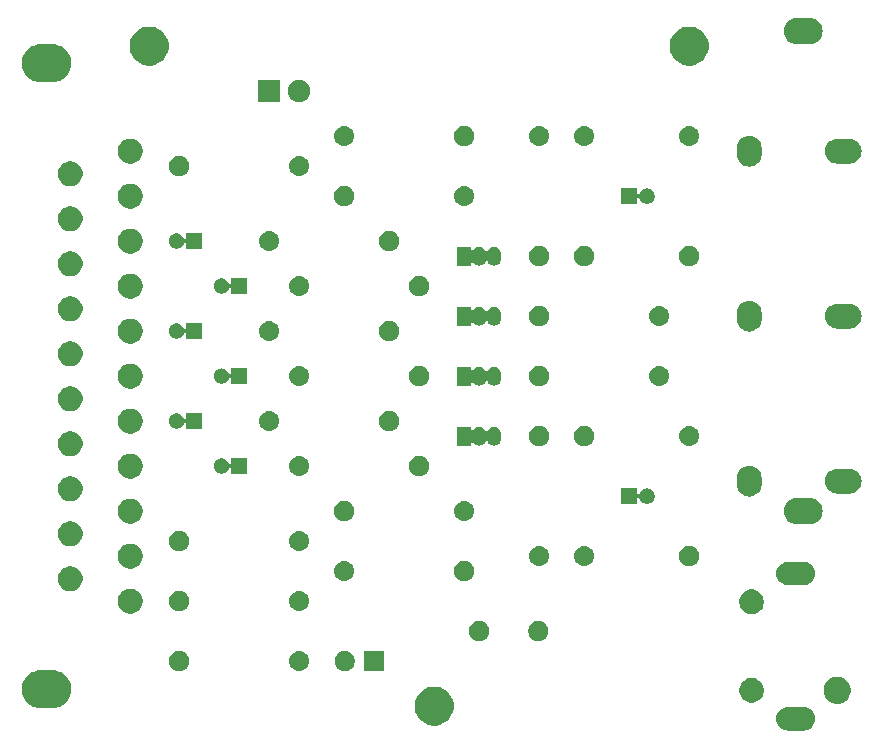
<source format=gbs>
G04 #@! TF.GenerationSoftware,KiCad,Pcbnew,(5.1.2-1)-1*
G04 #@! TF.CreationDate,2023-07-30T19:13:35+02:00*
G04 #@! TF.ProjectId,component,636f6d70-6f6e-4656-9e74-2e6b69636164,rev?*
G04 #@! TF.SameCoordinates,Original*
G04 #@! TF.FileFunction,Soldermask,Bot*
G04 #@! TF.FilePolarity,Negative*
%FSLAX46Y46*%
G04 Gerber Fmt 4.6, Leading zero omitted, Abs format (unit mm)*
G04 Created by KiCad (PCBNEW (5.1.2-1)-1) date 2023-07-30 19:13:35*
%MOMM*%
%LPD*%
G04 APERTURE LIST*
%ADD10C,0.100000*%
G04 APERTURE END LIST*
D10*
G36*
X115286228Y-100413483D02*
G01*
X115474922Y-100470723D01*
X115648815Y-100563671D01*
X115801239Y-100688761D01*
X115926329Y-100841185D01*
X116019277Y-101015078D01*
X116076517Y-101203772D01*
X116095843Y-101400000D01*
X116076517Y-101596228D01*
X116019277Y-101784922D01*
X115926329Y-101958815D01*
X115801239Y-102111239D01*
X115648815Y-102236329D01*
X115474922Y-102329277D01*
X115286228Y-102386517D01*
X115139175Y-102401000D01*
X113740825Y-102401000D01*
X113593772Y-102386517D01*
X113405078Y-102329277D01*
X113231185Y-102236329D01*
X113078761Y-102111239D01*
X112953671Y-101958815D01*
X112860723Y-101784922D01*
X112803483Y-101596228D01*
X112784157Y-101400000D01*
X112803483Y-101203772D01*
X112860723Y-101015078D01*
X112953671Y-100841185D01*
X113078761Y-100688761D01*
X113231185Y-100563671D01*
X113405078Y-100470723D01*
X113593772Y-100413483D01*
X113740825Y-100399000D01*
X115139175Y-100399000D01*
X115286228Y-100413483D01*
X115286228Y-100413483D01*
G37*
G36*
X84195256Y-98721298D02*
G01*
X84301579Y-98742447D01*
X84602042Y-98866903D01*
X84872451Y-99047585D01*
X85102415Y-99277549D01*
X85283097Y-99547958D01*
X85380700Y-99783591D01*
X85407553Y-99848422D01*
X85458942Y-100106768D01*
X85471000Y-100167391D01*
X85471000Y-100492609D01*
X85407553Y-100811579D01*
X85283097Y-101112042D01*
X85102415Y-101382451D01*
X84872451Y-101612415D01*
X84602042Y-101793097D01*
X84301579Y-101917553D01*
X84195256Y-101938702D01*
X83982611Y-101981000D01*
X83657389Y-101981000D01*
X83444744Y-101938702D01*
X83338421Y-101917553D01*
X83037958Y-101793097D01*
X82767549Y-101612415D01*
X82537585Y-101382451D01*
X82356903Y-101112042D01*
X82232447Y-100811579D01*
X82169000Y-100492609D01*
X82169000Y-100167391D01*
X82181059Y-100106768D01*
X82232447Y-99848422D01*
X82259301Y-99783591D01*
X82356903Y-99547958D01*
X82537585Y-99277549D01*
X82767549Y-99047585D01*
X83037958Y-98866903D01*
X83338421Y-98742447D01*
X83444744Y-98721298D01*
X83657389Y-98679000D01*
X83982611Y-98679000D01*
X84195256Y-98721298D01*
X84195256Y-98721298D01*
G37*
G36*
X51814509Y-97311985D02*
G01*
X51894534Y-97336260D01*
X52116300Y-97403532D01*
X52244230Y-97471912D01*
X52394430Y-97552196D01*
X52638216Y-97752264D01*
X52832818Y-97989390D01*
X52838283Y-97996049D01*
X52986948Y-98274180D01*
X53041737Y-98454797D01*
X53078495Y-98575971D01*
X53109406Y-98889820D01*
X53078495Y-99203669D01*
X53078494Y-99203671D01*
X52986948Y-99505460D01*
X52986946Y-99505463D01*
X52838284Y-99783590D01*
X52638216Y-100027376D01*
X52394430Y-100227444D01*
X52244230Y-100307728D01*
X52116300Y-100376108D01*
X51894534Y-100443380D01*
X51814509Y-100467655D01*
X51579309Y-100490820D01*
X50422011Y-100490820D01*
X50186811Y-100467655D01*
X50106786Y-100443380D01*
X49885020Y-100376108D01*
X49757090Y-100307728D01*
X49606890Y-100227444D01*
X49363104Y-100027376D01*
X49163036Y-99783590D01*
X49014374Y-99505463D01*
X49014372Y-99505460D01*
X48922826Y-99203671D01*
X48922825Y-99203669D01*
X48891914Y-98889820D01*
X48922825Y-98575971D01*
X48959583Y-98454797D01*
X49014372Y-98274180D01*
X49163037Y-97996049D01*
X49168502Y-97989390D01*
X49363104Y-97752264D01*
X49606890Y-97552196D01*
X49757090Y-97471912D01*
X49885020Y-97403532D01*
X50106786Y-97336260D01*
X50186811Y-97311985D01*
X50422011Y-97288820D01*
X51579309Y-97288820D01*
X51814509Y-97311985D01*
X51814509Y-97311985D01*
G37*
G36*
X118164549Y-97871116D02*
G01*
X118275734Y-97893232D01*
X118485203Y-97979997D01*
X118673720Y-98105960D01*
X118834040Y-98266280D01*
X118876634Y-98330027D01*
X118960004Y-98454799D01*
X119046768Y-98664267D01*
X119091000Y-98886635D01*
X119091000Y-99113365D01*
X119046768Y-99335733D01*
X118979624Y-99497835D01*
X118960003Y-99545203D01*
X118834040Y-99733720D01*
X118673720Y-99894040D01*
X118485203Y-100020003D01*
X118485202Y-100020004D01*
X118485201Y-100020004D01*
X118467403Y-100027376D01*
X118275734Y-100106768D01*
X118164549Y-100128884D01*
X118053365Y-100151000D01*
X117826635Y-100151000D01*
X117715451Y-100128884D01*
X117604266Y-100106768D01*
X117412597Y-100027376D01*
X117394799Y-100020004D01*
X117394798Y-100020004D01*
X117394797Y-100020003D01*
X117206280Y-99894040D01*
X117045960Y-99733720D01*
X116919997Y-99545203D01*
X116900377Y-99497835D01*
X116833232Y-99335733D01*
X116789000Y-99113365D01*
X116789000Y-98886635D01*
X116833232Y-98664267D01*
X116919996Y-98454799D01*
X117003366Y-98330027D01*
X117045960Y-98266280D01*
X117206280Y-98105960D01*
X117394797Y-97979997D01*
X117604266Y-97893232D01*
X117715451Y-97871116D01*
X117826635Y-97849000D01*
X118053365Y-97849000D01*
X118164549Y-97871116D01*
X118164549Y-97871116D01*
G37*
G36*
X110996564Y-97989389D02*
G01*
X111187833Y-98068615D01*
X111187835Y-98068616D01*
X111359973Y-98183635D01*
X111506365Y-98330027D01*
X111589734Y-98454797D01*
X111621385Y-98502167D01*
X111700611Y-98693436D01*
X111741000Y-98896484D01*
X111741000Y-99103516D01*
X111700611Y-99306564D01*
X111688528Y-99335734D01*
X111621384Y-99497835D01*
X111506365Y-99669973D01*
X111359973Y-99816365D01*
X111187835Y-99931384D01*
X111187834Y-99931385D01*
X111187833Y-99931385D01*
X110996564Y-100010611D01*
X110793516Y-100051000D01*
X110586484Y-100051000D01*
X110383436Y-100010611D01*
X110192167Y-99931385D01*
X110192166Y-99931385D01*
X110192165Y-99931384D01*
X110020027Y-99816365D01*
X109873635Y-99669973D01*
X109758616Y-99497835D01*
X109691472Y-99335734D01*
X109679389Y-99306564D01*
X109639000Y-99103516D01*
X109639000Y-98896484D01*
X109679389Y-98693436D01*
X109758615Y-98502167D01*
X109790267Y-98454797D01*
X109873635Y-98330027D01*
X110020027Y-98183635D01*
X110192165Y-98068616D01*
X110192167Y-98068615D01*
X110383436Y-97989389D01*
X110586484Y-97949000D01*
X110793516Y-97949000D01*
X110996564Y-97989389D01*
X110996564Y-97989389D01*
G37*
G36*
X79591000Y-97371000D02*
G01*
X77889000Y-97371000D01*
X77889000Y-95669000D01*
X79591000Y-95669000D01*
X79591000Y-97371000D01*
X79591000Y-97371000D01*
G37*
G36*
X76488228Y-95701703D02*
G01*
X76643100Y-95765853D01*
X76782481Y-95858985D01*
X76901015Y-95977519D01*
X76994147Y-96116900D01*
X77058297Y-96271772D01*
X77091000Y-96436184D01*
X77091000Y-96603816D01*
X77058297Y-96768228D01*
X76994147Y-96923100D01*
X76901015Y-97062481D01*
X76782481Y-97181015D01*
X76643100Y-97274147D01*
X76488228Y-97338297D01*
X76323816Y-97371000D01*
X76156184Y-97371000D01*
X75991772Y-97338297D01*
X75836900Y-97274147D01*
X75697519Y-97181015D01*
X75578985Y-97062481D01*
X75485853Y-96923100D01*
X75421703Y-96768228D01*
X75389000Y-96603816D01*
X75389000Y-96436184D01*
X75421703Y-96271772D01*
X75485853Y-96116900D01*
X75578985Y-95977519D01*
X75697519Y-95858985D01*
X75836900Y-95765853D01*
X75991772Y-95701703D01*
X76156184Y-95669000D01*
X76323816Y-95669000D01*
X76488228Y-95701703D01*
X76488228Y-95701703D01*
G37*
G36*
X72556823Y-95681313D02*
G01*
X72717242Y-95729976D01*
X72784361Y-95765852D01*
X72865078Y-95808996D01*
X72994659Y-95915341D01*
X73101004Y-96044922D01*
X73101005Y-96044924D01*
X73180024Y-96192758D01*
X73228687Y-96353177D01*
X73245117Y-96520000D01*
X73228687Y-96686823D01*
X73180024Y-96847242D01*
X73139477Y-96923100D01*
X73101004Y-96995078D01*
X72994659Y-97124659D01*
X72865078Y-97231004D01*
X72865076Y-97231005D01*
X72717242Y-97310024D01*
X72556823Y-97358687D01*
X72431804Y-97371000D01*
X72348196Y-97371000D01*
X72223177Y-97358687D01*
X72062758Y-97310024D01*
X71914924Y-97231005D01*
X71914922Y-97231004D01*
X71785341Y-97124659D01*
X71678996Y-96995078D01*
X71640523Y-96923100D01*
X71599976Y-96847242D01*
X71551313Y-96686823D01*
X71534883Y-96520000D01*
X71551313Y-96353177D01*
X71599976Y-96192758D01*
X71678995Y-96044924D01*
X71678996Y-96044922D01*
X71785341Y-95915341D01*
X71914922Y-95808996D01*
X71995639Y-95765852D01*
X72062758Y-95729976D01*
X72223177Y-95681313D01*
X72348196Y-95669000D01*
X72431804Y-95669000D01*
X72556823Y-95681313D01*
X72556823Y-95681313D01*
G37*
G36*
X62478228Y-95701703D02*
G01*
X62633100Y-95765853D01*
X62772481Y-95858985D01*
X62891015Y-95977519D01*
X62984147Y-96116900D01*
X63048297Y-96271772D01*
X63081000Y-96436184D01*
X63081000Y-96603816D01*
X63048297Y-96768228D01*
X62984147Y-96923100D01*
X62891015Y-97062481D01*
X62772481Y-97181015D01*
X62633100Y-97274147D01*
X62478228Y-97338297D01*
X62313816Y-97371000D01*
X62146184Y-97371000D01*
X61981772Y-97338297D01*
X61826900Y-97274147D01*
X61687519Y-97181015D01*
X61568985Y-97062481D01*
X61475853Y-96923100D01*
X61411703Y-96768228D01*
X61379000Y-96603816D01*
X61379000Y-96436184D01*
X61411703Y-96271772D01*
X61475853Y-96116900D01*
X61568985Y-95977519D01*
X61687519Y-95858985D01*
X61826900Y-95765853D01*
X61981772Y-95701703D01*
X62146184Y-95669000D01*
X62313816Y-95669000D01*
X62478228Y-95701703D01*
X62478228Y-95701703D01*
G37*
G36*
X87878228Y-93161703D02*
G01*
X88033100Y-93225853D01*
X88172481Y-93318985D01*
X88291015Y-93437519D01*
X88384147Y-93576900D01*
X88448297Y-93731772D01*
X88481000Y-93896184D01*
X88481000Y-94063816D01*
X88448297Y-94228228D01*
X88384147Y-94383100D01*
X88291015Y-94522481D01*
X88172481Y-94641015D01*
X88033100Y-94734147D01*
X87878228Y-94798297D01*
X87713816Y-94831000D01*
X87546184Y-94831000D01*
X87381772Y-94798297D01*
X87226900Y-94734147D01*
X87087519Y-94641015D01*
X86968985Y-94522481D01*
X86875853Y-94383100D01*
X86811703Y-94228228D01*
X86779000Y-94063816D01*
X86779000Y-93896184D01*
X86811703Y-93731772D01*
X86875853Y-93576900D01*
X86968985Y-93437519D01*
X87087519Y-93318985D01*
X87226900Y-93225853D01*
X87381772Y-93161703D01*
X87546184Y-93129000D01*
X87713816Y-93129000D01*
X87878228Y-93161703D01*
X87878228Y-93161703D01*
G37*
G36*
X92878228Y-93161703D02*
G01*
X93033100Y-93225853D01*
X93172481Y-93318985D01*
X93291015Y-93437519D01*
X93384147Y-93576900D01*
X93448297Y-93731772D01*
X93481000Y-93896184D01*
X93481000Y-94063816D01*
X93448297Y-94228228D01*
X93384147Y-94383100D01*
X93291015Y-94522481D01*
X93172481Y-94641015D01*
X93033100Y-94734147D01*
X92878228Y-94798297D01*
X92713816Y-94831000D01*
X92546184Y-94831000D01*
X92381772Y-94798297D01*
X92226900Y-94734147D01*
X92087519Y-94641015D01*
X91968985Y-94522481D01*
X91875853Y-94383100D01*
X91811703Y-94228228D01*
X91779000Y-94063816D01*
X91779000Y-93896184D01*
X91811703Y-93731772D01*
X91875853Y-93576900D01*
X91968985Y-93437519D01*
X92087519Y-93318985D01*
X92226900Y-93225853D01*
X92381772Y-93161703D01*
X92546184Y-93129000D01*
X92713816Y-93129000D01*
X92878228Y-93161703D01*
X92878228Y-93161703D01*
G37*
G36*
X110996564Y-90489389D02*
G01*
X111131113Y-90545121D01*
X111187835Y-90568616D01*
X111359973Y-90683635D01*
X111506365Y-90830027D01*
X111581456Y-90942408D01*
X111621385Y-91002167D01*
X111700611Y-91193436D01*
X111741000Y-91396484D01*
X111741000Y-91603516D01*
X111700611Y-91806564D01*
X111627744Y-91982480D01*
X111621384Y-91997835D01*
X111506365Y-92169973D01*
X111359973Y-92316365D01*
X111187835Y-92431384D01*
X111187834Y-92431385D01*
X111187833Y-92431385D01*
X110996564Y-92510611D01*
X110793516Y-92551000D01*
X110586484Y-92551000D01*
X110383436Y-92510611D01*
X110192167Y-92431385D01*
X110192166Y-92431385D01*
X110192165Y-92431384D01*
X110020027Y-92316365D01*
X109873635Y-92169973D01*
X109758616Y-91997835D01*
X109752256Y-91982480D01*
X109679389Y-91806564D01*
X109639000Y-91603516D01*
X109639000Y-91396484D01*
X109679389Y-91193436D01*
X109758615Y-91002167D01*
X109798545Y-90942408D01*
X109873635Y-90830027D01*
X110020027Y-90683635D01*
X110192165Y-90568616D01*
X110248887Y-90545121D01*
X110383436Y-90489389D01*
X110586484Y-90449000D01*
X110793516Y-90449000D01*
X110996564Y-90489389D01*
X110996564Y-90489389D01*
G37*
G36*
X58386056Y-90429879D02*
G01*
X58577232Y-90509067D01*
X58577234Y-90509068D01*
X58691607Y-90585490D01*
X58749288Y-90624031D01*
X58895609Y-90770352D01*
X59010573Y-90942408D01*
X59089761Y-91133584D01*
X59130130Y-91336534D01*
X59130130Y-91543466D01*
X59089761Y-91746416D01*
X59010573Y-91937592D01*
X59010572Y-91937594D01*
X58895609Y-92109648D01*
X58749288Y-92255969D01*
X58577234Y-92370932D01*
X58577233Y-92370933D01*
X58577232Y-92370933D01*
X58386056Y-92450121D01*
X58183106Y-92490490D01*
X57976174Y-92490490D01*
X57773224Y-92450121D01*
X57582048Y-92370933D01*
X57582047Y-92370933D01*
X57582046Y-92370932D01*
X57409992Y-92255969D01*
X57263671Y-92109648D01*
X57148708Y-91937594D01*
X57148707Y-91937592D01*
X57069519Y-91746416D01*
X57029150Y-91543466D01*
X57029150Y-91336534D01*
X57069519Y-91133584D01*
X57148707Y-90942408D01*
X57263671Y-90770352D01*
X57409992Y-90624031D01*
X57467673Y-90585490D01*
X57582046Y-90509068D01*
X57582048Y-90509067D01*
X57773224Y-90429879D01*
X57976174Y-90389510D01*
X58183106Y-90389510D01*
X58386056Y-90429879D01*
X58386056Y-90429879D01*
G37*
G36*
X72556823Y-90601313D02*
G01*
X72717242Y-90649976D01*
X72780213Y-90683635D01*
X72865078Y-90728996D01*
X72994659Y-90835341D01*
X73101004Y-90964922D01*
X73101005Y-90964924D01*
X73180024Y-91112758D01*
X73228687Y-91273177D01*
X73245117Y-91440000D01*
X73228687Y-91606823D01*
X73180024Y-91767242D01*
X73139477Y-91843100D01*
X73101004Y-91915078D01*
X72994659Y-92044659D01*
X72865078Y-92151004D01*
X72865076Y-92151005D01*
X72717242Y-92230024D01*
X72556823Y-92278687D01*
X72431804Y-92291000D01*
X72348196Y-92291000D01*
X72223177Y-92278687D01*
X72062758Y-92230024D01*
X71914924Y-92151005D01*
X71914922Y-92151004D01*
X71785341Y-92044659D01*
X71678996Y-91915078D01*
X71640523Y-91843100D01*
X71599976Y-91767242D01*
X71551313Y-91606823D01*
X71534883Y-91440000D01*
X71551313Y-91273177D01*
X71599976Y-91112758D01*
X71678995Y-90964924D01*
X71678996Y-90964922D01*
X71785341Y-90835341D01*
X71914922Y-90728996D01*
X71999787Y-90683635D01*
X72062758Y-90649976D01*
X72223177Y-90601313D01*
X72348196Y-90589000D01*
X72431804Y-90589000D01*
X72556823Y-90601313D01*
X72556823Y-90601313D01*
G37*
G36*
X62478228Y-90621703D02*
G01*
X62633100Y-90685853D01*
X62772481Y-90778985D01*
X62891015Y-90897519D01*
X62984147Y-91036900D01*
X63048297Y-91191772D01*
X63081000Y-91356184D01*
X63081000Y-91523816D01*
X63048297Y-91688228D01*
X62984147Y-91843100D01*
X62891015Y-91982481D01*
X62772481Y-92101015D01*
X62633100Y-92194147D01*
X62478228Y-92258297D01*
X62313816Y-92291000D01*
X62146184Y-92291000D01*
X61981772Y-92258297D01*
X61826900Y-92194147D01*
X61687519Y-92101015D01*
X61568985Y-91982481D01*
X61475853Y-91843100D01*
X61411703Y-91688228D01*
X61379000Y-91523816D01*
X61379000Y-91356184D01*
X61411703Y-91191772D01*
X61475853Y-91036900D01*
X61568985Y-90897519D01*
X61687519Y-90778985D01*
X61826900Y-90685853D01*
X61981772Y-90621703D01*
X62146184Y-90589000D01*
X62313816Y-90589000D01*
X62478228Y-90621703D01*
X62478228Y-90621703D01*
G37*
G36*
X53306056Y-88524879D02*
G01*
X53497232Y-88604067D01*
X53497234Y-88604068D01*
X53669288Y-88719031D01*
X53815609Y-88865352D01*
X53894764Y-88983815D01*
X53930573Y-89037408D01*
X54009761Y-89228584D01*
X54050130Y-89431534D01*
X54050130Y-89638466D01*
X54009761Y-89841416D01*
X53931946Y-90029277D01*
X53930572Y-90032594D01*
X53815609Y-90204648D01*
X53669288Y-90350969D01*
X53497234Y-90465932D01*
X53497233Y-90465933D01*
X53497232Y-90465933D01*
X53306056Y-90545121D01*
X53103106Y-90585490D01*
X52896174Y-90585490D01*
X52693224Y-90545121D01*
X52502048Y-90465933D01*
X52502047Y-90465933D01*
X52502046Y-90465932D01*
X52329992Y-90350969D01*
X52183671Y-90204648D01*
X52068708Y-90032594D01*
X52067334Y-90029277D01*
X51989519Y-89841416D01*
X51949150Y-89638466D01*
X51949150Y-89431534D01*
X51989519Y-89228584D01*
X52068707Y-89037408D01*
X52104517Y-88983815D01*
X52183671Y-88865352D01*
X52329992Y-88719031D01*
X52502046Y-88604068D01*
X52502048Y-88604067D01*
X52693224Y-88524879D01*
X52896174Y-88484510D01*
X53103106Y-88484510D01*
X53306056Y-88524879D01*
X53306056Y-88524879D01*
G37*
G36*
X115286228Y-88113483D02*
G01*
X115474922Y-88170723D01*
X115648815Y-88263671D01*
X115801239Y-88388761D01*
X115926329Y-88541185D01*
X116019277Y-88715078D01*
X116076517Y-88903772D01*
X116095843Y-89100000D01*
X116076517Y-89296228D01*
X116019277Y-89484922D01*
X115926329Y-89658815D01*
X115801239Y-89811239D01*
X115648815Y-89936329D01*
X115474922Y-90029277D01*
X115474919Y-90029278D01*
X115439796Y-90039932D01*
X115286228Y-90086517D01*
X115139175Y-90101000D01*
X113740825Y-90101000D01*
X113593772Y-90086517D01*
X113440204Y-90039932D01*
X113405081Y-90029278D01*
X113405078Y-90029277D01*
X113231185Y-89936329D01*
X113078761Y-89811239D01*
X112953671Y-89658815D01*
X112860723Y-89484922D01*
X112803483Y-89296228D01*
X112784157Y-89100000D01*
X112803483Y-88903772D01*
X112860723Y-88715078D01*
X112953671Y-88541185D01*
X113078761Y-88388761D01*
X113231185Y-88263671D01*
X113405078Y-88170723D01*
X113593772Y-88113483D01*
X113740825Y-88099000D01*
X115139175Y-88099000D01*
X115286228Y-88113483D01*
X115286228Y-88113483D01*
G37*
G36*
X76366823Y-88061313D02*
G01*
X76527242Y-88109976D01*
X76659906Y-88180886D01*
X76675078Y-88188996D01*
X76804659Y-88295341D01*
X76911004Y-88424922D01*
X76911005Y-88424924D01*
X76990024Y-88572758D01*
X77038687Y-88733177D01*
X77055117Y-88900000D01*
X77038687Y-89066823D01*
X76990024Y-89227242D01*
X76949477Y-89303100D01*
X76911004Y-89375078D01*
X76804659Y-89504659D01*
X76675078Y-89611004D01*
X76675076Y-89611005D01*
X76527242Y-89690024D01*
X76366823Y-89738687D01*
X76241804Y-89751000D01*
X76158196Y-89751000D01*
X76033177Y-89738687D01*
X75872758Y-89690024D01*
X75724924Y-89611005D01*
X75724922Y-89611004D01*
X75595341Y-89504659D01*
X75488996Y-89375078D01*
X75450523Y-89303100D01*
X75409976Y-89227242D01*
X75361313Y-89066823D01*
X75344883Y-88900000D01*
X75361313Y-88733177D01*
X75409976Y-88572758D01*
X75488995Y-88424924D01*
X75488996Y-88424922D01*
X75595341Y-88295341D01*
X75724922Y-88188996D01*
X75740094Y-88180886D01*
X75872758Y-88109976D01*
X76033177Y-88061313D01*
X76158196Y-88049000D01*
X76241804Y-88049000D01*
X76366823Y-88061313D01*
X76366823Y-88061313D01*
G37*
G36*
X86608228Y-88081703D02*
G01*
X86763100Y-88145853D01*
X86902481Y-88238985D01*
X87021015Y-88357519D01*
X87114147Y-88496900D01*
X87178297Y-88651772D01*
X87211000Y-88816184D01*
X87211000Y-88983816D01*
X87178297Y-89148228D01*
X87114147Y-89303100D01*
X87021015Y-89442481D01*
X86902481Y-89561015D01*
X86763100Y-89654147D01*
X86608228Y-89718297D01*
X86443816Y-89751000D01*
X86276184Y-89751000D01*
X86111772Y-89718297D01*
X85956900Y-89654147D01*
X85817519Y-89561015D01*
X85698985Y-89442481D01*
X85605853Y-89303100D01*
X85541703Y-89148228D01*
X85509000Y-88983816D01*
X85509000Y-88816184D01*
X85541703Y-88651772D01*
X85605853Y-88496900D01*
X85698985Y-88357519D01*
X85817519Y-88238985D01*
X85956900Y-88145853D01*
X86111772Y-88081703D01*
X86276184Y-88049000D01*
X86443816Y-88049000D01*
X86608228Y-88081703D01*
X86608228Y-88081703D01*
G37*
G36*
X58386056Y-86619879D02*
G01*
X58577232Y-86699067D01*
X58577234Y-86699068D01*
X58749288Y-86814031D01*
X58895609Y-86960352D01*
X58998372Y-87114147D01*
X59010573Y-87132408D01*
X59089761Y-87323584D01*
X59130130Y-87526534D01*
X59130130Y-87733466D01*
X59089761Y-87936416D01*
X59017870Y-88109975D01*
X59010572Y-88127594D01*
X58895609Y-88299648D01*
X58749288Y-88445969D01*
X58577234Y-88560932D01*
X58577233Y-88560933D01*
X58577232Y-88560933D01*
X58386056Y-88640121D01*
X58183106Y-88680490D01*
X57976174Y-88680490D01*
X57773224Y-88640121D01*
X57582048Y-88560933D01*
X57582047Y-88560933D01*
X57582046Y-88560932D01*
X57409992Y-88445969D01*
X57263671Y-88299648D01*
X57148708Y-88127594D01*
X57141410Y-88109975D01*
X57069519Y-87936416D01*
X57029150Y-87733466D01*
X57029150Y-87526534D01*
X57069519Y-87323584D01*
X57148707Y-87132408D01*
X57160909Y-87114147D01*
X57263671Y-86960352D01*
X57409992Y-86814031D01*
X57582046Y-86699068D01*
X57582048Y-86699067D01*
X57773224Y-86619879D01*
X57976174Y-86579510D01*
X58183106Y-86579510D01*
X58386056Y-86619879D01*
X58386056Y-86619879D01*
G37*
G36*
X96686823Y-86791313D02*
G01*
X96847242Y-86839976D01*
X96979906Y-86910886D01*
X96995078Y-86918996D01*
X97124659Y-87025341D01*
X97231004Y-87154922D01*
X97231005Y-87154924D01*
X97310024Y-87302758D01*
X97358687Y-87463177D01*
X97375117Y-87630000D01*
X97358687Y-87796823D01*
X97310024Y-87957242D01*
X97269477Y-88033100D01*
X97231004Y-88105078D01*
X97124659Y-88234659D01*
X96995078Y-88341004D01*
X96995076Y-88341005D01*
X96847242Y-88420024D01*
X96686823Y-88468687D01*
X96561804Y-88481000D01*
X96478196Y-88481000D01*
X96353177Y-88468687D01*
X96192758Y-88420024D01*
X96044924Y-88341005D01*
X96044922Y-88341004D01*
X95915341Y-88234659D01*
X95808996Y-88105078D01*
X95770523Y-88033100D01*
X95729976Y-87957242D01*
X95681313Y-87796823D01*
X95664883Y-87630000D01*
X95681313Y-87463177D01*
X95729976Y-87302758D01*
X95808995Y-87154924D01*
X95808996Y-87154922D01*
X95915341Y-87025341D01*
X96044922Y-86918996D01*
X96060094Y-86910886D01*
X96192758Y-86839976D01*
X96353177Y-86791313D01*
X96478196Y-86779000D01*
X96561804Y-86779000D01*
X96686823Y-86791313D01*
X96686823Y-86791313D01*
G37*
G36*
X92876823Y-86791313D02*
G01*
X93037242Y-86839976D01*
X93169906Y-86910886D01*
X93185078Y-86918996D01*
X93314659Y-87025341D01*
X93421004Y-87154922D01*
X93421005Y-87154924D01*
X93500024Y-87302758D01*
X93548687Y-87463177D01*
X93565117Y-87630000D01*
X93548687Y-87796823D01*
X93500024Y-87957242D01*
X93459477Y-88033100D01*
X93421004Y-88105078D01*
X93314659Y-88234659D01*
X93185078Y-88341004D01*
X93185076Y-88341005D01*
X93037242Y-88420024D01*
X92876823Y-88468687D01*
X92751804Y-88481000D01*
X92668196Y-88481000D01*
X92543177Y-88468687D01*
X92382758Y-88420024D01*
X92234924Y-88341005D01*
X92234922Y-88341004D01*
X92105341Y-88234659D01*
X91998996Y-88105078D01*
X91960523Y-88033100D01*
X91919976Y-87957242D01*
X91871313Y-87796823D01*
X91854883Y-87630000D01*
X91871313Y-87463177D01*
X91919976Y-87302758D01*
X91998995Y-87154924D01*
X91998996Y-87154922D01*
X92105341Y-87025341D01*
X92234922Y-86918996D01*
X92250094Y-86910886D01*
X92382758Y-86839976D01*
X92543177Y-86791313D01*
X92668196Y-86779000D01*
X92751804Y-86779000D01*
X92876823Y-86791313D01*
X92876823Y-86791313D01*
G37*
G36*
X105658228Y-86811703D02*
G01*
X105813100Y-86875853D01*
X105952481Y-86968985D01*
X106071015Y-87087519D01*
X106164147Y-87226900D01*
X106228297Y-87381772D01*
X106261000Y-87546184D01*
X106261000Y-87713816D01*
X106228297Y-87878228D01*
X106164147Y-88033100D01*
X106071015Y-88172481D01*
X105952481Y-88291015D01*
X105813100Y-88384147D01*
X105658228Y-88448297D01*
X105493816Y-88481000D01*
X105326184Y-88481000D01*
X105161772Y-88448297D01*
X105006900Y-88384147D01*
X104867519Y-88291015D01*
X104748985Y-88172481D01*
X104655853Y-88033100D01*
X104591703Y-87878228D01*
X104559000Y-87713816D01*
X104559000Y-87546184D01*
X104591703Y-87381772D01*
X104655853Y-87226900D01*
X104748985Y-87087519D01*
X104867519Y-86968985D01*
X105006900Y-86875853D01*
X105161772Y-86811703D01*
X105326184Y-86779000D01*
X105493816Y-86779000D01*
X105658228Y-86811703D01*
X105658228Y-86811703D01*
G37*
G36*
X62478228Y-85541703D02*
G01*
X62633100Y-85605853D01*
X62772481Y-85698985D01*
X62891015Y-85817519D01*
X62984147Y-85956900D01*
X63048297Y-86111772D01*
X63081000Y-86276184D01*
X63081000Y-86443816D01*
X63048297Y-86608228D01*
X62984147Y-86763100D01*
X62891015Y-86902481D01*
X62772481Y-87021015D01*
X62633100Y-87114147D01*
X62478228Y-87178297D01*
X62313816Y-87211000D01*
X62146184Y-87211000D01*
X61981772Y-87178297D01*
X61826900Y-87114147D01*
X61687519Y-87021015D01*
X61568985Y-86902481D01*
X61475853Y-86763100D01*
X61411703Y-86608228D01*
X61379000Y-86443816D01*
X61379000Y-86276184D01*
X61411703Y-86111772D01*
X61475853Y-85956900D01*
X61568985Y-85817519D01*
X61687519Y-85698985D01*
X61826900Y-85605853D01*
X61981772Y-85541703D01*
X62146184Y-85509000D01*
X62313816Y-85509000D01*
X62478228Y-85541703D01*
X62478228Y-85541703D01*
G37*
G36*
X72556823Y-85521313D02*
G01*
X72717242Y-85569976D01*
X72784361Y-85605852D01*
X72865078Y-85648996D01*
X72994659Y-85755341D01*
X73101004Y-85884922D01*
X73101005Y-85884924D01*
X73180024Y-86032758D01*
X73228687Y-86193177D01*
X73245117Y-86360000D01*
X73228687Y-86526823D01*
X73180024Y-86687242D01*
X73139477Y-86763100D01*
X73101004Y-86835078D01*
X72994659Y-86964659D01*
X72865078Y-87071004D01*
X72865076Y-87071005D01*
X72717242Y-87150024D01*
X72556823Y-87198687D01*
X72431804Y-87211000D01*
X72348196Y-87211000D01*
X72223177Y-87198687D01*
X72062758Y-87150024D01*
X71914924Y-87071005D01*
X71914922Y-87071004D01*
X71785341Y-86964659D01*
X71678996Y-86835078D01*
X71640523Y-86763100D01*
X71599976Y-86687242D01*
X71551313Y-86526823D01*
X71534883Y-86360000D01*
X71551313Y-86193177D01*
X71599976Y-86032758D01*
X71678995Y-85884924D01*
X71678996Y-85884922D01*
X71785341Y-85755341D01*
X71914922Y-85648996D01*
X71995639Y-85605852D01*
X72062758Y-85569976D01*
X72223177Y-85521313D01*
X72348196Y-85509000D01*
X72431804Y-85509000D01*
X72556823Y-85521313D01*
X72556823Y-85521313D01*
G37*
G36*
X53306056Y-84714879D02*
G01*
X53497232Y-84794067D01*
X53497234Y-84794068D01*
X53551191Y-84830121D01*
X53669288Y-84909031D01*
X53815609Y-85055352D01*
X53930573Y-85227408D01*
X54009761Y-85418584D01*
X54050130Y-85621534D01*
X54050130Y-85828466D01*
X54009761Y-86031416D01*
X53976476Y-86111772D01*
X53930572Y-86222594D01*
X53815609Y-86394648D01*
X53669288Y-86540969D01*
X53497234Y-86655932D01*
X53497233Y-86655933D01*
X53497232Y-86655933D01*
X53306056Y-86735121D01*
X53103106Y-86775490D01*
X52896174Y-86775490D01*
X52693224Y-86735121D01*
X52502048Y-86655933D01*
X52502047Y-86655933D01*
X52502046Y-86655932D01*
X52329992Y-86540969D01*
X52183671Y-86394648D01*
X52068708Y-86222594D01*
X52022804Y-86111772D01*
X51989519Y-86031416D01*
X51949150Y-85828466D01*
X51949150Y-85621534D01*
X51989519Y-85418584D01*
X52068707Y-85227408D01*
X52183671Y-85055352D01*
X52329992Y-84909031D01*
X52448089Y-84830121D01*
X52502046Y-84794068D01*
X52502048Y-84794067D01*
X52693224Y-84714879D01*
X52896174Y-84674510D01*
X53103106Y-84674510D01*
X53306056Y-84714879D01*
X53306056Y-84714879D01*
G37*
G36*
X115827832Y-82734930D02*
G01*
X116035376Y-82797888D01*
X116226641Y-82900122D01*
X116394292Y-83037708D01*
X116531878Y-83205359D01*
X116634112Y-83396624D01*
X116697070Y-83604168D01*
X116718327Y-83820000D01*
X116697070Y-84035832D01*
X116634112Y-84243376D01*
X116531878Y-84434641D01*
X116394292Y-84602292D01*
X116226641Y-84739878D01*
X116035376Y-84842112D01*
X115827832Y-84905070D01*
X115666089Y-84921000D01*
X114457911Y-84921000D01*
X114296168Y-84905070D01*
X114088624Y-84842112D01*
X113897359Y-84739878D01*
X113729708Y-84602292D01*
X113592122Y-84434641D01*
X113489888Y-84243376D01*
X113426930Y-84035832D01*
X113405673Y-83820000D01*
X113426930Y-83604168D01*
X113489888Y-83396624D01*
X113592122Y-83205359D01*
X113729708Y-83037708D01*
X113897359Y-82900122D01*
X114088624Y-82797888D01*
X114296168Y-82734930D01*
X114457911Y-82719000D01*
X115666089Y-82719000D01*
X115827832Y-82734930D01*
X115827832Y-82734930D01*
G37*
G36*
X58386056Y-82809879D02*
G01*
X58577232Y-82889067D01*
X58577234Y-82889068D01*
X58749288Y-83004031D01*
X58895609Y-83150352D01*
X58932364Y-83205359D01*
X59010573Y-83322408D01*
X59089761Y-83513584D01*
X59130130Y-83716534D01*
X59130130Y-83923466D01*
X59089761Y-84126416D01*
X59010573Y-84317592D01*
X59010572Y-84317594D01*
X58895609Y-84489648D01*
X58749288Y-84635969D01*
X58577234Y-84750932D01*
X58577233Y-84750933D01*
X58577232Y-84750933D01*
X58386056Y-84830121D01*
X58183106Y-84870490D01*
X57976174Y-84870490D01*
X57773224Y-84830121D01*
X57582048Y-84750933D01*
X57582047Y-84750933D01*
X57582046Y-84750932D01*
X57409992Y-84635969D01*
X57263671Y-84489648D01*
X57148708Y-84317594D01*
X57148707Y-84317592D01*
X57069519Y-84126416D01*
X57029150Y-83923466D01*
X57029150Y-83716534D01*
X57069519Y-83513584D01*
X57148707Y-83322408D01*
X57226917Y-83205359D01*
X57263671Y-83150352D01*
X57409992Y-83004031D01*
X57582046Y-82889068D01*
X57582048Y-82889067D01*
X57773224Y-82809879D01*
X57976174Y-82769510D01*
X58183106Y-82769510D01*
X58386056Y-82809879D01*
X58386056Y-82809879D01*
G37*
G36*
X76448228Y-83001703D02*
G01*
X76603100Y-83065853D01*
X76742481Y-83158985D01*
X76861015Y-83277519D01*
X76954147Y-83416900D01*
X77018297Y-83571772D01*
X77051000Y-83736184D01*
X77051000Y-83903816D01*
X77018297Y-84068228D01*
X76954147Y-84223100D01*
X76861015Y-84362481D01*
X76742481Y-84481015D01*
X76603100Y-84574147D01*
X76448228Y-84638297D01*
X76283816Y-84671000D01*
X76116184Y-84671000D01*
X75951772Y-84638297D01*
X75796900Y-84574147D01*
X75657519Y-84481015D01*
X75538985Y-84362481D01*
X75445853Y-84223100D01*
X75381703Y-84068228D01*
X75349000Y-83903816D01*
X75349000Y-83736184D01*
X75381703Y-83571772D01*
X75445853Y-83416900D01*
X75538985Y-83277519D01*
X75657519Y-83158985D01*
X75796900Y-83065853D01*
X75951772Y-83001703D01*
X76116184Y-82969000D01*
X76283816Y-82969000D01*
X76448228Y-83001703D01*
X76448228Y-83001703D01*
G37*
G36*
X86526823Y-82981313D02*
G01*
X86687242Y-83029976D01*
X86754361Y-83065852D01*
X86835078Y-83108996D01*
X86964659Y-83215341D01*
X87071004Y-83344922D01*
X87071005Y-83344924D01*
X87150024Y-83492758D01*
X87198687Y-83653177D01*
X87215117Y-83820000D01*
X87198687Y-83986823D01*
X87150024Y-84147242D01*
X87109477Y-84223100D01*
X87071004Y-84295078D01*
X86964659Y-84424659D01*
X86835078Y-84531004D01*
X86835076Y-84531005D01*
X86687242Y-84610024D01*
X86526823Y-84658687D01*
X86401804Y-84671000D01*
X86318196Y-84671000D01*
X86193177Y-84658687D01*
X86032758Y-84610024D01*
X85884924Y-84531005D01*
X85884922Y-84531004D01*
X85755341Y-84424659D01*
X85648996Y-84295078D01*
X85610523Y-84223100D01*
X85569976Y-84147242D01*
X85521313Y-83986823D01*
X85504883Y-83820000D01*
X85521313Y-83653177D01*
X85569976Y-83492758D01*
X85648995Y-83344924D01*
X85648996Y-83344922D01*
X85755341Y-83215341D01*
X85884922Y-83108996D01*
X85965639Y-83065852D01*
X86032758Y-83029976D01*
X86193177Y-82981313D01*
X86318196Y-82969000D01*
X86401804Y-82969000D01*
X86526823Y-82981313D01*
X86526823Y-82981313D01*
G37*
G36*
X100981000Y-82270109D02*
G01*
X100983402Y-82294495D01*
X100990515Y-82317944D01*
X101002066Y-82339555D01*
X101017611Y-82358497D01*
X101036553Y-82374042D01*
X101058164Y-82385593D01*
X101081613Y-82392706D01*
X101105999Y-82395108D01*
X101130385Y-82392706D01*
X101153834Y-82385593D01*
X101175445Y-82374042D01*
X101194387Y-82358497D01*
X101209932Y-82339555D01*
X101221483Y-82317944D01*
X101253090Y-82241638D01*
X101324335Y-82135012D01*
X101415012Y-82044335D01*
X101453731Y-82018464D01*
X101521636Y-81973091D01*
X101640110Y-81924017D01*
X101765881Y-81899000D01*
X101894119Y-81899000D01*
X102019890Y-81924017D01*
X102138364Y-81973091D01*
X102206269Y-82018464D01*
X102244988Y-82044335D01*
X102335665Y-82135012D01*
X102406910Y-82241638D01*
X102455983Y-82360110D01*
X102466423Y-82412594D01*
X102481000Y-82485882D01*
X102481000Y-82614118D01*
X102455983Y-82739890D01*
X102406909Y-82858364D01*
X102335665Y-82964988D01*
X102244988Y-83055665D01*
X102138364Y-83126909D01*
X102138363Y-83126910D01*
X102138362Y-83126910D01*
X102019890Y-83175983D01*
X101894119Y-83201000D01*
X101765881Y-83201000D01*
X101640110Y-83175983D01*
X101521638Y-83126910D01*
X101521637Y-83126910D01*
X101521636Y-83126909D01*
X101415012Y-83055665D01*
X101324335Y-82964988D01*
X101253091Y-82858364D01*
X101221483Y-82782055D01*
X101209932Y-82760445D01*
X101194387Y-82741503D01*
X101175445Y-82725958D01*
X101153834Y-82714407D01*
X101130385Y-82707294D01*
X101105999Y-82704892D01*
X101081613Y-82707294D01*
X101058164Y-82714407D01*
X101036553Y-82725958D01*
X101017611Y-82741503D01*
X101002066Y-82760445D01*
X100990515Y-82782056D01*
X100983402Y-82805505D01*
X100981000Y-82829891D01*
X100981000Y-83201000D01*
X99679000Y-83201000D01*
X99679000Y-81899000D01*
X100981000Y-81899000D01*
X100981000Y-82270109D01*
X100981000Y-82270109D01*
G37*
G36*
X53306056Y-80904879D02*
G01*
X53483560Y-80978404D01*
X53497234Y-80984068D01*
X53551191Y-81020121D01*
X53669288Y-81099031D01*
X53815609Y-81245352D01*
X53930573Y-81417408D01*
X54009761Y-81608584D01*
X54050130Y-81811534D01*
X54050130Y-82018466D01*
X54009761Y-82221416D01*
X53964581Y-82330490D01*
X53930572Y-82412594D01*
X53815609Y-82584648D01*
X53669288Y-82730969D01*
X53497234Y-82845932D01*
X53497233Y-82845933D01*
X53497232Y-82845933D01*
X53306056Y-82925121D01*
X53103106Y-82965490D01*
X52896174Y-82965490D01*
X52693224Y-82925121D01*
X52502048Y-82845933D01*
X52502047Y-82845933D01*
X52502046Y-82845932D01*
X52329992Y-82730969D01*
X52183671Y-82584648D01*
X52068708Y-82412594D01*
X52034699Y-82330490D01*
X51989519Y-82221416D01*
X51949150Y-82018466D01*
X51949150Y-81811534D01*
X51989519Y-81608584D01*
X52068707Y-81417408D01*
X52183671Y-81245352D01*
X52329992Y-81099031D01*
X52448089Y-81020121D01*
X52502046Y-80984068D01*
X52515720Y-80978404D01*
X52693224Y-80904879D01*
X52896174Y-80864510D01*
X53103106Y-80864510D01*
X53306056Y-80904879D01*
X53306056Y-80904879D01*
G37*
G36*
X110695927Y-79994710D02*
G01*
X110695930Y-79994711D01*
X110695931Y-79994711D01*
X110893949Y-80054779D01*
X111076444Y-80152324D01*
X111117427Y-80185958D01*
X111236403Y-80283597D01*
X111367677Y-80443557D01*
X111465219Y-80626046D01*
X111465221Y-80626050D01*
X111525289Y-80824068D01*
X111525290Y-80824072D01*
X111540490Y-80978399D01*
X111540490Y-81581600D01*
X111525290Y-81735927D01*
X111525289Y-81735930D01*
X111525289Y-81735931D01*
X111465221Y-81933949D01*
X111367677Y-82116443D01*
X111367674Y-82116447D01*
X111236403Y-82276403D01*
X111076443Y-82407677D01*
X110930133Y-82485881D01*
X110893950Y-82505221D01*
X110695932Y-82565289D01*
X110695931Y-82565289D01*
X110695928Y-82565290D01*
X110490000Y-82585572D01*
X110284073Y-82565290D01*
X110284070Y-82565289D01*
X110284069Y-82565289D01*
X110086051Y-82505221D01*
X110049868Y-82485881D01*
X109903558Y-82407677D01*
X109743598Y-82276403D01*
X109612324Y-82116443D01*
X109559646Y-82017890D01*
X109514779Y-81933950D01*
X109454711Y-81735932D01*
X109454711Y-81735931D01*
X109454710Y-81735928D01*
X109439510Y-81581601D01*
X109439510Y-80978400D01*
X109454710Y-80824073D01*
X109454711Y-80824069D01*
X109514779Y-80626051D01*
X109612324Y-80443556D01*
X109646520Y-80401888D01*
X109743597Y-80283597D01*
X109903557Y-80152323D01*
X110086046Y-80054781D01*
X110086047Y-80054781D01*
X110086050Y-80054779D01*
X110284068Y-79994711D01*
X110284069Y-79994711D01*
X110284072Y-79994710D01*
X110490000Y-79974428D01*
X110695927Y-79994710D01*
X110695927Y-79994710D01*
G37*
G36*
X119156288Y-80244710D02*
G01*
X119156291Y-80244711D01*
X119156292Y-80244711D01*
X119354310Y-80304779D01*
X119354313Y-80304781D01*
X119354314Y-80304781D01*
X119536803Y-80402323D01*
X119696763Y-80533597D01*
X119828037Y-80693557D01*
X119900057Y-80828297D01*
X119925581Y-80876050D01*
X119969284Y-81020120D01*
X119985650Y-81074072D01*
X120005932Y-81280000D01*
X119985650Y-81485928D01*
X119985649Y-81485931D01*
X119985649Y-81485932D01*
X119925581Y-81683950D01*
X119925579Y-81683953D01*
X119925579Y-81683954D01*
X119828037Y-81866443D01*
X119696763Y-82026403D01*
X119536803Y-82157677D01*
X119417555Y-82221416D01*
X119354310Y-82255221D01*
X119156292Y-82315289D01*
X119156291Y-82315289D01*
X119156288Y-82315290D01*
X119001961Y-82330490D01*
X117898759Y-82330490D01*
X117744432Y-82315290D01*
X117744429Y-82315289D01*
X117744428Y-82315289D01*
X117546410Y-82255221D01*
X117483165Y-82221416D01*
X117363917Y-82157677D01*
X117203957Y-82026403D01*
X117072683Y-81866443D01*
X116975141Y-81683954D01*
X116975141Y-81683953D01*
X116975139Y-81683950D01*
X116915071Y-81485932D01*
X116915071Y-81485931D01*
X116915070Y-81485928D01*
X116894788Y-81280000D01*
X116915070Y-81074072D01*
X116931436Y-81020120D01*
X116975139Y-80876050D01*
X117000663Y-80828297D01*
X117072683Y-80693557D01*
X117203957Y-80533597D01*
X117363917Y-80402323D01*
X117546406Y-80304781D01*
X117546407Y-80304781D01*
X117546410Y-80304779D01*
X117744428Y-80244711D01*
X117744429Y-80244711D01*
X117744432Y-80244710D01*
X117898759Y-80229510D01*
X119001961Y-80229510D01*
X119156288Y-80244710D01*
X119156288Y-80244710D01*
G37*
G36*
X58386056Y-78999879D02*
G01*
X58577232Y-79079067D01*
X58577234Y-79079068D01*
X58749288Y-79194031D01*
X58895609Y-79340352D01*
X58957575Y-79433090D01*
X59010573Y-79512408D01*
X59089761Y-79703584D01*
X59130130Y-79906534D01*
X59130130Y-80113466D01*
X59089761Y-80316416D01*
X59010573Y-80507592D01*
X59010572Y-80507594D01*
X58895609Y-80679648D01*
X58749288Y-80825969D01*
X58577234Y-80940932D01*
X58577233Y-80940933D01*
X58577232Y-80940933D01*
X58386056Y-81020121D01*
X58183106Y-81060490D01*
X57976174Y-81060490D01*
X57773224Y-81020121D01*
X57582048Y-80940933D01*
X57582047Y-80940933D01*
X57582046Y-80940932D01*
X57409992Y-80825969D01*
X57263671Y-80679648D01*
X57148708Y-80507594D01*
X57148707Y-80507592D01*
X57069519Y-80316416D01*
X57029150Y-80113466D01*
X57029150Y-79906534D01*
X57069519Y-79703584D01*
X57148707Y-79512408D01*
X57201706Y-79433090D01*
X57263671Y-79340352D01*
X57409992Y-79194031D01*
X57582046Y-79079068D01*
X57582048Y-79079067D01*
X57773224Y-78999879D01*
X57976174Y-78959510D01*
X58183106Y-78959510D01*
X58386056Y-78999879D01*
X58386056Y-78999879D01*
G37*
G36*
X82798228Y-79191703D02*
G01*
X82953100Y-79255853D01*
X83092481Y-79348985D01*
X83211015Y-79467519D01*
X83304147Y-79606900D01*
X83368297Y-79761772D01*
X83401000Y-79926184D01*
X83401000Y-80093816D01*
X83368297Y-80258228D01*
X83304147Y-80413100D01*
X83211015Y-80552481D01*
X83092481Y-80671015D01*
X82953100Y-80764147D01*
X82798228Y-80828297D01*
X82633816Y-80861000D01*
X82466184Y-80861000D01*
X82301772Y-80828297D01*
X82146900Y-80764147D01*
X82007519Y-80671015D01*
X81888985Y-80552481D01*
X81795853Y-80413100D01*
X81731703Y-80258228D01*
X81699000Y-80093816D01*
X81699000Y-79926184D01*
X81731703Y-79761772D01*
X81795853Y-79606900D01*
X81888985Y-79467519D01*
X82007519Y-79348985D01*
X82146900Y-79255853D01*
X82301772Y-79191703D01*
X82466184Y-79159000D01*
X82633816Y-79159000D01*
X82798228Y-79191703D01*
X82798228Y-79191703D01*
G37*
G36*
X72556823Y-79171313D02*
G01*
X72717242Y-79219976D01*
X72784361Y-79255852D01*
X72865078Y-79298996D01*
X72994659Y-79405341D01*
X73101004Y-79534922D01*
X73101005Y-79534924D01*
X73180024Y-79682758D01*
X73228687Y-79843177D01*
X73245117Y-80010000D01*
X73228687Y-80176823D01*
X73180024Y-80337242D01*
X73139477Y-80413100D01*
X73101004Y-80485078D01*
X72994659Y-80614659D01*
X72865078Y-80721004D01*
X72865076Y-80721005D01*
X72717242Y-80800024D01*
X72556823Y-80848687D01*
X72431804Y-80861000D01*
X72348196Y-80861000D01*
X72223177Y-80848687D01*
X72062758Y-80800024D01*
X71914924Y-80721005D01*
X71914922Y-80721004D01*
X71785341Y-80614659D01*
X71678996Y-80485078D01*
X71640523Y-80413100D01*
X71599976Y-80337242D01*
X71551313Y-80176823D01*
X71534883Y-80010000D01*
X71551313Y-79843177D01*
X71599976Y-79682758D01*
X71678995Y-79534924D01*
X71678996Y-79534922D01*
X71785341Y-79405341D01*
X71914922Y-79298996D01*
X71995639Y-79255852D01*
X72062758Y-79219976D01*
X72223177Y-79171313D01*
X72348196Y-79159000D01*
X72431804Y-79159000D01*
X72556823Y-79171313D01*
X72556823Y-79171313D01*
G37*
G36*
X65999890Y-79384017D02*
G01*
X66118364Y-79433091D01*
X66224988Y-79504335D01*
X66315665Y-79595012D01*
X66386910Y-79701638D01*
X66418517Y-79777944D01*
X66430068Y-79799555D01*
X66445613Y-79818497D01*
X66464555Y-79834042D01*
X66486166Y-79845593D01*
X66509615Y-79852706D01*
X66534001Y-79855108D01*
X66558387Y-79852706D01*
X66581836Y-79845593D01*
X66603447Y-79834042D01*
X66622389Y-79818497D01*
X66637934Y-79799555D01*
X66649485Y-79777944D01*
X66656598Y-79754495D01*
X66659000Y-79730109D01*
X66659000Y-79359000D01*
X67961000Y-79359000D01*
X67961000Y-80661000D01*
X66659000Y-80661000D01*
X66659000Y-80289891D01*
X66656598Y-80265505D01*
X66649485Y-80242056D01*
X66637934Y-80220445D01*
X66622389Y-80201503D01*
X66603447Y-80185958D01*
X66581836Y-80174407D01*
X66558387Y-80167294D01*
X66534001Y-80164892D01*
X66509615Y-80167294D01*
X66486166Y-80174407D01*
X66464555Y-80185958D01*
X66445613Y-80201503D01*
X66430068Y-80220445D01*
X66418517Y-80242056D01*
X66387716Y-80316417D01*
X66386909Y-80318364D01*
X66315665Y-80424988D01*
X66224988Y-80515665D01*
X66118364Y-80586909D01*
X66118363Y-80586910D01*
X66118362Y-80586910D01*
X65999890Y-80635983D01*
X65874119Y-80661000D01*
X65745881Y-80661000D01*
X65620110Y-80635983D01*
X65501638Y-80586910D01*
X65501637Y-80586910D01*
X65501636Y-80586909D01*
X65395012Y-80515665D01*
X65304335Y-80424988D01*
X65233091Y-80318364D01*
X65232285Y-80316417D01*
X65184017Y-80199890D01*
X65159000Y-80074119D01*
X65159000Y-79945881D01*
X65184017Y-79820110D01*
X65233090Y-79701638D01*
X65304335Y-79595012D01*
X65395012Y-79504335D01*
X65501636Y-79433091D01*
X65620110Y-79384017D01*
X65745881Y-79359000D01*
X65874119Y-79359000D01*
X65999890Y-79384017D01*
X65999890Y-79384017D01*
G37*
G36*
X53306056Y-77094879D02*
G01*
X53497232Y-77174067D01*
X53497234Y-77174068D01*
X53669288Y-77289031D01*
X53815609Y-77435352D01*
X53894764Y-77553815D01*
X53930573Y-77607408D01*
X54009761Y-77798584D01*
X54050130Y-78001534D01*
X54050130Y-78208466D01*
X54009761Y-78411416D01*
X53930573Y-78602592D01*
X53930572Y-78602594D01*
X53815609Y-78774648D01*
X53669288Y-78920969D01*
X53497234Y-79035932D01*
X53497233Y-79035933D01*
X53497232Y-79035933D01*
X53306056Y-79115121D01*
X53103106Y-79155490D01*
X52896174Y-79155490D01*
X52693224Y-79115121D01*
X52502048Y-79035933D01*
X52502047Y-79035933D01*
X52502046Y-79035932D01*
X52329992Y-78920969D01*
X52183671Y-78774648D01*
X52068708Y-78602594D01*
X52068707Y-78602592D01*
X51989519Y-78411416D01*
X51949150Y-78208466D01*
X51949150Y-78001534D01*
X51989519Y-77798584D01*
X52068707Y-77607408D01*
X52104517Y-77553815D01*
X52183671Y-77435352D01*
X52329992Y-77289031D01*
X52502046Y-77174068D01*
X52502048Y-77174067D01*
X52693224Y-77094879D01*
X52896174Y-77054510D01*
X53103106Y-77054510D01*
X53306056Y-77094879D01*
X53306056Y-77094879D01*
G37*
G36*
X105576823Y-76631313D02*
G01*
X105737242Y-76679976D01*
X105869906Y-76750886D01*
X105885078Y-76758996D01*
X106014659Y-76865341D01*
X106121004Y-76994922D01*
X106121005Y-76994924D01*
X106200024Y-77142758D01*
X106248687Y-77303177D01*
X106265117Y-77470000D01*
X106248687Y-77636823D01*
X106200024Y-77797242D01*
X106136283Y-77916492D01*
X106121004Y-77945078D01*
X106014659Y-78074659D01*
X105885078Y-78181004D01*
X105885076Y-78181005D01*
X105737242Y-78260024D01*
X105576823Y-78308687D01*
X105451804Y-78321000D01*
X105368196Y-78321000D01*
X105243177Y-78308687D01*
X105082758Y-78260024D01*
X104934924Y-78181005D01*
X104934922Y-78181004D01*
X104805341Y-78074659D01*
X104698996Y-77945078D01*
X104683717Y-77916492D01*
X104619976Y-77797242D01*
X104571313Y-77636823D01*
X104554883Y-77470000D01*
X104571313Y-77303177D01*
X104619976Y-77142758D01*
X104698995Y-76994924D01*
X104698996Y-76994922D01*
X104805341Y-76865341D01*
X104934922Y-76758996D01*
X104950094Y-76750886D01*
X105082758Y-76679976D01*
X105243177Y-76631313D01*
X105368196Y-76619000D01*
X105451804Y-76619000D01*
X105576823Y-76631313D01*
X105576823Y-76631313D01*
G37*
G36*
X96768228Y-76651703D02*
G01*
X96923100Y-76715853D01*
X97062481Y-76808985D01*
X97181015Y-76927519D01*
X97274147Y-77066900D01*
X97338297Y-77221772D01*
X97371000Y-77386184D01*
X97371000Y-77553816D01*
X97338297Y-77718228D01*
X97274147Y-77873100D01*
X97181015Y-78012481D01*
X97062481Y-78131015D01*
X96923100Y-78224147D01*
X96768228Y-78288297D01*
X96603816Y-78321000D01*
X96436184Y-78321000D01*
X96271772Y-78288297D01*
X96116900Y-78224147D01*
X95977519Y-78131015D01*
X95858985Y-78012481D01*
X95765853Y-77873100D01*
X95701703Y-77718228D01*
X95669000Y-77553816D01*
X95669000Y-77386184D01*
X95701703Y-77221772D01*
X95765853Y-77066900D01*
X95858985Y-76927519D01*
X95977519Y-76808985D01*
X96116900Y-76715853D01*
X96271772Y-76651703D01*
X96436184Y-76619000D01*
X96603816Y-76619000D01*
X96768228Y-76651703D01*
X96768228Y-76651703D01*
G37*
G36*
X92958228Y-76651703D02*
G01*
X93113100Y-76715853D01*
X93252481Y-76808985D01*
X93371015Y-76927519D01*
X93464147Y-77066900D01*
X93528297Y-77221772D01*
X93561000Y-77386184D01*
X93561000Y-77553816D01*
X93528297Y-77718228D01*
X93464147Y-77873100D01*
X93371015Y-78012481D01*
X93252481Y-78131015D01*
X93113100Y-78224147D01*
X92958228Y-78288297D01*
X92793816Y-78321000D01*
X92626184Y-78321000D01*
X92461772Y-78288297D01*
X92306900Y-78224147D01*
X92167519Y-78131015D01*
X92048985Y-78012481D01*
X91955853Y-77873100D01*
X91891703Y-77718228D01*
X91859000Y-77553816D01*
X91859000Y-77386184D01*
X91891703Y-77221772D01*
X91955853Y-77066900D01*
X92048985Y-76927519D01*
X92167519Y-76808985D01*
X92306900Y-76715853D01*
X92461772Y-76651703D01*
X92626184Y-76619000D01*
X92793816Y-76619000D01*
X92958228Y-76651703D01*
X92958228Y-76651703D01*
G37*
G36*
X89012915Y-76677334D02*
G01*
X89121491Y-76710271D01*
X89121494Y-76710272D01*
X89157600Y-76729571D01*
X89221556Y-76763756D01*
X89309264Y-76835736D01*
X89381244Y-76923443D01*
X89415429Y-76987399D01*
X89434728Y-77023505D01*
X89434729Y-77023508D01*
X89467666Y-77132084D01*
X89476000Y-77216702D01*
X89476000Y-77723297D01*
X89467666Y-77807916D01*
X89435252Y-77914767D01*
X89434728Y-77916495D01*
X89424761Y-77935141D01*
X89381244Y-78016557D01*
X89309264Y-78104264D01*
X89221557Y-78176244D01*
X89161277Y-78208464D01*
X89121495Y-78229728D01*
X89121492Y-78229729D01*
X89012916Y-78262666D01*
X88900000Y-78273787D01*
X88787085Y-78262666D01*
X88678509Y-78229729D01*
X88678506Y-78229728D01*
X88638724Y-78208464D01*
X88578444Y-78176244D01*
X88490737Y-78104264D01*
X88418757Y-78016557D01*
X88400426Y-77982263D01*
X88375239Y-77935141D01*
X88361625Y-77914766D01*
X88344298Y-77897439D01*
X88323924Y-77883826D01*
X88301285Y-77874448D01*
X88277252Y-77869668D01*
X88252748Y-77869668D01*
X88228715Y-77874448D01*
X88206076Y-77883826D01*
X88185701Y-77897440D01*
X88168374Y-77914767D01*
X88154761Y-77935141D01*
X88111244Y-78016557D01*
X88039264Y-78104264D01*
X87951557Y-78176244D01*
X87891277Y-78208464D01*
X87851495Y-78229728D01*
X87851492Y-78229729D01*
X87742916Y-78262666D01*
X87630000Y-78273787D01*
X87517085Y-78262666D01*
X87408509Y-78229729D01*
X87408506Y-78229728D01*
X87368724Y-78208464D01*
X87308444Y-78176244D01*
X87220737Y-78104264D01*
X87157622Y-78027359D01*
X87140297Y-78010034D01*
X87119923Y-77996420D01*
X87097284Y-77987043D01*
X87073250Y-77982263D01*
X87048746Y-77982263D01*
X87024713Y-77987044D01*
X87002074Y-77996421D01*
X86981700Y-78010035D01*
X86964373Y-78027362D01*
X86950759Y-78047736D01*
X86941382Y-78070375D01*
X86936000Y-78106660D01*
X86936000Y-78271000D01*
X85784000Y-78271000D01*
X85784000Y-76669000D01*
X86936000Y-76669000D01*
X86936000Y-76833341D01*
X86938402Y-76857727D01*
X86945515Y-76881176D01*
X86957066Y-76902787D01*
X86972611Y-76921729D01*
X86991553Y-76937274D01*
X87013164Y-76948825D01*
X87036613Y-76955938D01*
X87060999Y-76958340D01*
X87085385Y-76955938D01*
X87108834Y-76948825D01*
X87130445Y-76937274D01*
X87149387Y-76921729D01*
X87157608Y-76912657D01*
X87220736Y-76835736D01*
X87308443Y-76763756D01*
X87372399Y-76729571D01*
X87408505Y-76710272D01*
X87408508Y-76710271D01*
X87517084Y-76677334D01*
X87630000Y-76666213D01*
X87742915Y-76677334D01*
X87851491Y-76710271D01*
X87851494Y-76710272D01*
X87887600Y-76729571D01*
X87951556Y-76763756D01*
X88039264Y-76835736D01*
X88111244Y-76923443D01*
X88146832Y-76990025D01*
X88154761Y-77004859D01*
X88168375Y-77025234D01*
X88185702Y-77042561D01*
X88206076Y-77056174D01*
X88228715Y-77065552D01*
X88252748Y-77070332D01*
X88277252Y-77070332D01*
X88301285Y-77065552D01*
X88323924Y-77056174D01*
X88344299Y-77042560D01*
X88361626Y-77025233D01*
X88375239Y-77004860D01*
X88418756Y-76923444D01*
X88490736Y-76835736D01*
X88578443Y-76763756D01*
X88642399Y-76729571D01*
X88678505Y-76710272D01*
X88678508Y-76710271D01*
X88787084Y-76677334D01*
X88900000Y-76666213D01*
X89012915Y-76677334D01*
X89012915Y-76677334D01*
G37*
G36*
X58386056Y-75189879D02*
G01*
X58577232Y-75269067D01*
X58577234Y-75269068D01*
X58749288Y-75384031D01*
X58895609Y-75530352D01*
X58957575Y-75623090D01*
X59010573Y-75702408D01*
X59089761Y-75893584D01*
X59130130Y-76096534D01*
X59130130Y-76303466D01*
X59089761Y-76506416D01*
X59018964Y-76677334D01*
X59010572Y-76697594D01*
X58895609Y-76869648D01*
X58749288Y-77015969D01*
X58577234Y-77130932D01*
X58577233Y-77130933D01*
X58577232Y-77130933D01*
X58386056Y-77210121D01*
X58183106Y-77250490D01*
X57976174Y-77250490D01*
X57773224Y-77210121D01*
X57582048Y-77130933D01*
X57582047Y-77130933D01*
X57582046Y-77130932D01*
X57409992Y-77015969D01*
X57263671Y-76869648D01*
X57148708Y-76697594D01*
X57140316Y-76677334D01*
X57069519Y-76506416D01*
X57029150Y-76303466D01*
X57029150Y-76096534D01*
X57069519Y-75893584D01*
X57148707Y-75702408D01*
X57201706Y-75623090D01*
X57263671Y-75530352D01*
X57409992Y-75384031D01*
X57582046Y-75269068D01*
X57582048Y-75269067D01*
X57773224Y-75189879D01*
X57976174Y-75149510D01*
X58183106Y-75149510D01*
X58386056Y-75189879D01*
X58386056Y-75189879D01*
G37*
G36*
X80258228Y-75381703D02*
G01*
X80413100Y-75445853D01*
X80552481Y-75538985D01*
X80671015Y-75657519D01*
X80764147Y-75796900D01*
X80828297Y-75951772D01*
X80861000Y-76116184D01*
X80861000Y-76283816D01*
X80828297Y-76448228D01*
X80764147Y-76603100D01*
X80671015Y-76742481D01*
X80552481Y-76861015D01*
X80413100Y-76954147D01*
X80258228Y-77018297D01*
X80093816Y-77051000D01*
X79926184Y-77051000D01*
X79761772Y-77018297D01*
X79606900Y-76954147D01*
X79467519Y-76861015D01*
X79348985Y-76742481D01*
X79255853Y-76603100D01*
X79191703Y-76448228D01*
X79159000Y-76283816D01*
X79159000Y-76116184D01*
X79191703Y-75951772D01*
X79255853Y-75796900D01*
X79348985Y-75657519D01*
X79467519Y-75538985D01*
X79606900Y-75445853D01*
X79761772Y-75381703D01*
X79926184Y-75349000D01*
X80093816Y-75349000D01*
X80258228Y-75381703D01*
X80258228Y-75381703D01*
G37*
G36*
X70016823Y-75361313D02*
G01*
X70177242Y-75409976D01*
X70244361Y-75445852D01*
X70325078Y-75488996D01*
X70454659Y-75595341D01*
X70561004Y-75724922D01*
X70561005Y-75724924D01*
X70640024Y-75872758D01*
X70688687Y-76033177D01*
X70705117Y-76200000D01*
X70688687Y-76366823D01*
X70640024Y-76527242D01*
X70599477Y-76603100D01*
X70561004Y-76675078D01*
X70454659Y-76804659D01*
X70325078Y-76911004D01*
X70325076Y-76911005D01*
X70177242Y-76990024D01*
X70016823Y-77038687D01*
X69891804Y-77051000D01*
X69808196Y-77051000D01*
X69683177Y-77038687D01*
X69522758Y-76990024D01*
X69374924Y-76911005D01*
X69374922Y-76911004D01*
X69245341Y-76804659D01*
X69138996Y-76675078D01*
X69100523Y-76603100D01*
X69059976Y-76527242D01*
X69011313Y-76366823D01*
X68994883Y-76200000D01*
X69011313Y-76033177D01*
X69059976Y-75872758D01*
X69138995Y-75724924D01*
X69138996Y-75724922D01*
X69245341Y-75595341D01*
X69374922Y-75488996D01*
X69455639Y-75445852D01*
X69522758Y-75409976D01*
X69683177Y-75361313D01*
X69808196Y-75349000D01*
X69891804Y-75349000D01*
X70016823Y-75361313D01*
X70016823Y-75361313D01*
G37*
G36*
X62189890Y-75574017D02*
G01*
X62308364Y-75623091D01*
X62414988Y-75694335D01*
X62505665Y-75785012D01*
X62576910Y-75891638D01*
X62608517Y-75967944D01*
X62620068Y-75989555D01*
X62635613Y-76008497D01*
X62654555Y-76024042D01*
X62676166Y-76035593D01*
X62699615Y-76042706D01*
X62724001Y-76045108D01*
X62748387Y-76042706D01*
X62771836Y-76035593D01*
X62793447Y-76024042D01*
X62812389Y-76008497D01*
X62827934Y-75989555D01*
X62839485Y-75967944D01*
X62846598Y-75944495D01*
X62849000Y-75920109D01*
X62849000Y-75549000D01*
X64151000Y-75549000D01*
X64151000Y-76851000D01*
X62849000Y-76851000D01*
X62849000Y-76479891D01*
X62846598Y-76455505D01*
X62839485Y-76432056D01*
X62827934Y-76410445D01*
X62812389Y-76391503D01*
X62793447Y-76375958D01*
X62771836Y-76364407D01*
X62748387Y-76357294D01*
X62724001Y-76354892D01*
X62699615Y-76357294D01*
X62676166Y-76364407D01*
X62654555Y-76375958D01*
X62635613Y-76391503D01*
X62620068Y-76410445D01*
X62608517Y-76432056D01*
X62577716Y-76506417D01*
X62576909Y-76508364D01*
X62505665Y-76614988D01*
X62414988Y-76705665D01*
X62308364Y-76776909D01*
X62308363Y-76776910D01*
X62308362Y-76776910D01*
X62189890Y-76825983D01*
X62064119Y-76851000D01*
X61935881Y-76851000D01*
X61810110Y-76825983D01*
X61691638Y-76776910D01*
X61691637Y-76776910D01*
X61691636Y-76776909D01*
X61585012Y-76705665D01*
X61494335Y-76614988D01*
X61423091Y-76508364D01*
X61422285Y-76506417D01*
X61374017Y-76389890D01*
X61349000Y-76264119D01*
X61349000Y-76135881D01*
X61374017Y-76010110D01*
X61423090Y-75891638D01*
X61494335Y-75785012D01*
X61585012Y-75694335D01*
X61691636Y-75623091D01*
X61810110Y-75574017D01*
X61935881Y-75549000D01*
X62064119Y-75549000D01*
X62189890Y-75574017D01*
X62189890Y-75574017D01*
G37*
G36*
X53306056Y-73284879D02*
G01*
X53497232Y-73364067D01*
X53497234Y-73364068D01*
X53551191Y-73400121D01*
X53669288Y-73479031D01*
X53815609Y-73625352D01*
X53930573Y-73797408D01*
X54009761Y-73988584D01*
X54050130Y-74191534D01*
X54050130Y-74398466D01*
X54009761Y-74601416D01*
X53930573Y-74792592D01*
X53930572Y-74792594D01*
X53815609Y-74964648D01*
X53669288Y-75110969D01*
X53497234Y-75225932D01*
X53497233Y-75225933D01*
X53497232Y-75225933D01*
X53306056Y-75305121D01*
X53103106Y-75345490D01*
X52896174Y-75345490D01*
X52693224Y-75305121D01*
X52502048Y-75225933D01*
X52502047Y-75225933D01*
X52502046Y-75225932D01*
X52329992Y-75110969D01*
X52183671Y-74964648D01*
X52068708Y-74792594D01*
X52068707Y-74792592D01*
X51989519Y-74601416D01*
X51949150Y-74398466D01*
X51949150Y-74191534D01*
X51989519Y-73988584D01*
X52068707Y-73797408D01*
X52183671Y-73625352D01*
X52329992Y-73479031D01*
X52448089Y-73400121D01*
X52502046Y-73364068D01*
X52502048Y-73364067D01*
X52693224Y-73284879D01*
X52896174Y-73244510D01*
X53103106Y-73244510D01*
X53306056Y-73284879D01*
X53306056Y-73284879D01*
G37*
G36*
X58386056Y-71379879D02*
G01*
X58577232Y-71459067D01*
X58577234Y-71459068D01*
X58749288Y-71574031D01*
X58895609Y-71720352D01*
X58994816Y-71868825D01*
X59010573Y-71892408D01*
X59089761Y-72083584D01*
X59130130Y-72286534D01*
X59130130Y-72493466D01*
X59089761Y-72696416D01*
X59010573Y-72887592D01*
X59010572Y-72887594D01*
X58895609Y-73059648D01*
X58749288Y-73205969D01*
X58577234Y-73320932D01*
X58577233Y-73320933D01*
X58577232Y-73320933D01*
X58386056Y-73400121D01*
X58183106Y-73440490D01*
X57976174Y-73440490D01*
X57773224Y-73400121D01*
X57582048Y-73320933D01*
X57582047Y-73320933D01*
X57582046Y-73320932D01*
X57409992Y-73205969D01*
X57263671Y-73059648D01*
X57148708Y-72887594D01*
X57148707Y-72887592D01*
X57069519Y-72696416D01*
X57029150Y-72493466D01*
X57029150Y-72286534D01*
X57069519Y-72083584D01*
X57148707Y-71892408D01*
X57164465Y-71868825D01*
X57263671Y-71720352D01*
X57409992Y-71574031D01*
X57582046Y-71459068D01*
X57582048Y-71459067D01*
X57773224Y-71379879D01*
X57976174Y-71339510D01*
X58183106Y-71339510D01*
X58386056Y-71379879D01*
X58386056Y-71379879D01*
G37*
G36*
X103036823Y-71551313D02*
G01*
X103197242Y-71599976D01*
X103264361Y-71635852D01*
X103345078Y-71678996D01*
X103474659Y-71785341D01*
X103581004Y-71914922D01*
X103581005Y-71914924D01*
X103660024Y-72062758D01*
X103708687Y-72223177D01*
X103725117Y-72390000D01*
X103708687Y-72556823D01*
X103660024Y-72717242D01*
X103596283Y-72836492D01*
X103581004Y-72865078D01*
X103474659Y-72994659D01*
X103345078Y-73101004D01*
X103345076Y-73101005D01*
X103197242Y-73180024D01*
X103036823Y-73228687D01*
X102911804Y-73241000D01*
X102828196Y-73241000D01*
X102703177Y-73228687D01*
X102542758Y-73180024D01*
X102394924Y-73101005D01*
X102394922Y-73101004D01*
X102265341Y-72994659D01*
X102158996Y-72865078D01*
X102143717Y-72836492D01*
X102079976Y-72717242D01*
X102031313Y-72556823D01*
X102014883Y-72390000D01*
X102031313Y-72223177D01*
X102079976Y-72062758D01*
X102158995Y-71914924D01*
X102158996Y-71914922D01*
X102265341Y-71785341D01*
X102394922Y-71678996D01*
X102475639Y-71635852D01*
X102542758Y-71599976D01*
X102703177Y-71551313D01*
X102828196Y-71539000D01*
X102911804Y-71539000D01*
X103036823Y-71551313D01*
X103036823Y-71551313D01*
G37*
G36*
X92958228Y-71571703D02*
G01*
X93113100Y-71635853D01*
X93252481Y-71728985D01*
X93371015Y-71847519D01*
X93464147Y-71986900D01*
X93528297Y-72141772D01*
X93561000Y-72306184D01*
X93561000Y-72473816D01*
X93528297Y-72638228D01*
X93464147Y-72793100D01*
X93371015Y-72932481D01*
X93252481Y-73051015D01*
X93113100Y-73144147D01*
X92958228Y-73208297D01*
X92793816Y-73241000D01*
X92626184Y-73241000D01*
X92461772Y-73208297D01*
X92306900Y-73144147D01*
X92167519Y-73051015D01*
X92048985Y-72932481D01*
X91955853Y-72793100D01*
X91891703Y-72638228D01*
X91859000Y-72473816D01*
X91859000Y-72306184D01*
X91891703Y-72141772D01*
X91955853Y-71986900D01*
X92048985Y-71847519D01*
X92167519Y-71728985D01*
X92306900Y-71635853D01*
X92461772Y-71571703D01*
X92626184Y-71539000D01*
X92793816Y-71539000D01*
X92958228Y-71571703D01*
X92958228Y-71571703D01*
G37*
G36*
X82798228Y-71571703D02*
G01*
X82953100Y-71635853D01*
X83092481Y-71728985D01*
X83211015Y-71847519D01*
X83304147Y-71986900D01*
X83368297Y-72141772D01*
X83401000Y-72306184D01*
X83401000Y-72473816D01*
X83368297Y-72638228D01*
X83304147Y-72793100D01*
X83211015Y-72932481D01*
X83092481Y-73051015D01*
X82953100Y-73144147D01*
X82798228Y-73208297D01*
X82633816Y-73241000D01*
X82466184Y-73241000D01*
X82301772Y-73208297D01*
X82146900Y-73144147D01*
X82007519Y-73051015D01*
X81888985Y-72932481D01*
X81795853Y-72793100D01*
X81731703Y-72638228D01*
X81699000Y-72473816D01*
X81699000Y-72306184D01*
X81731703Y-72141772D01*
X81795853Y-71986900D01*
X81888985Y-71847519D01*
X82007519Y-71728985D01*
X82146900Y-71635853D01*
X82301772Y-71571703D01*
X82466184Y-71539000D01*
X82633816Y-71539000D01*
X82798228Y-71571703D01*
X82798228Y-71571703D01*
G37*
G36*
X72556823Y-71551313D02*
G01*
X72717242Y-71599976D01*
X72784361Y-71635852D01*
X72865078Y-71678996D01*
X72994659Y-71785341D01*
X73101004Y-71914922D01*
X73101005Y-71914924D01*
X73180024Y-72062758D01*
X73228687Y-72223177D01*
X73245117Y-72390000D01*
X73228687Y-72556823D01*
X73180024Y-72717242D01*
X73116283Y-72836492D01*
X73101004Y-72865078D01*
X72994659Y-72994659D01*
X72865078Y-73101004D01*
X72865076Y-73101005D01*
X72717242Y-73180024D01*
X72556823Y-73228687D01*
X72431804Y-73241000D01*
X72348196Y-73241000D01*
X72223177Y-73228687D01*
X72062758Y-73180024D01*
X71914924Y-73101005D01*
X71914922Y-73101004D01*
X71785341Y-72994659D01*
X71678996Y-72865078D01*
X71663717Y-72836492D01*
X71599976Y-72717242D01*
X71551313Y-72556823D01*
X71534883Y-72390000D01*
X71551313Y-72223177D01*
X71599976Y-72062758D01*
X71678995Y-71914924D01*
X71678996Y-71914922D01*
X71785341Y-71785341D01*
X71914922Y-71678996D01*
X71995639Y-71635852D01*
X72062758Y-71599976D01*
X72223177Y-71551313D01*
X72348196Y-71539000D01*
X72431804Y-71539000D01*
X72556823Y-71551313D01*
X72556823Y-71551313D01*
G37*
G36*
X89012915Y-71597334D02*
G01*
X89121491Y-71630271D01*
X89121494Y-71630272D01*
X89157600Y-71649571D01*
X89221556Y-71683756D01*
X89309264Y-71755736D01*
X89381244Y-71843443D01*
X89407415Y-71892406D01*
X89434728Y-71943505D01*
X89434729Y-71943508D01*
X89467666Y-72052084D01*
X89476000Y-72136702D01*
X89476000Y-72643297D01*
X89467666Y-72727916D01*
X89435252Y-72834767D01*
X89434728Y-72836495D01*
X89424761Y-72855141D01*
X89381244Y-72936557D01*
X89309264Y-73024264D01*
X89221557Y-73096244D01*
X89157601Y-73130429D01*
X89121495Y-73149728D01*
X89121492Y-73149729D01*
X89012916Y-73182666D01*
X88900000Y-73193787D01*
X88787085Y-73182666D01*
X88678509Y-73149729D01*
X88678506Y-73149728D01*
X88642400Y-73130429D01*
X88578444Y-73096244D01*
X88490737Y-73024264D01*
X88418757Y-72936557D01*
X88392585Y-72887592D01*
X88375239Y-72855141D01*
X88361625Y-72834766D01*
X88344298Y-72817439D01*
X88323924Y-72803826D01*
X88301285Y-72794448D01*
X88277252Y-72789668D01*
X88252748Y-72789668D01*
X88228715Y-72794448D01*
X88206076Y-72803826D01*
X88185701Y-72817440D01*
X88168374Y-72834767D01*
X88154761Y-72855141D01*
X88111244Y-72936557D01*
X88039264Y-73024264D01*
X87951557Y-73096244D01*
X87887601Y-73130429D01*
X87851495Y-73149728D01*
X87851492Y-73149729D01*
X87742916Y-73182666D01*
X87630000Y-73193787D01*
X87517085Y-73182666D01*
X87408509Y-73149729D01*
X87408506Y-73149728D01*
X87372400Y-73130429D01*
X87308444Y-73096244D01*
X87220737Y-73024264D01*
X87157622Y-72947359D01*
X87140297Y-72930034D01*
X87119923Y-72916420D01*
X87097284Y-72907043D01*
X87073250Y-72902263D01*
X87048746Y-72902263D01*
X87024713Y-72907044D01*
X87002074Y-72916421D01*
X86981700Y-72930035D01*
X86964373Y-72947362D01*
X86950759Y-72967736D01*
X86941382Y-72990375D01*
X86936000Y-73026660D01*
X86936000Y-73191000D01*
X85784000Y-73191000D01*
X85784000Y-71589000D01*
X86936000Y-71589000D01*
X86936000Y-71753341D01*
X86938402Y-71777727D01*
X86945515Y-71801176D01*
X86957066Y-71822787D01*
X86972611Y-71841729D01*
X86991553Y-71857274D01*
X87013164Y-71868825D01*
X87036613Y-71875938D01*
X87060999Y-71878340D01*
X87085385Y-71875938D01*
X87108834Y-71868825D01*
X87130445Y-71857274D01*
X87149387Y-71841729D01*
X87157608Y-71832657D01*
X87220736Y-71755736D01*
X87308443Y-71683756D01*
X87372399Y-71649571D01*
X87408505Y-71630272D01*
X87408508Y-71630271D01*
X87517084Y-71597334D01*
X87630000Y-71586213D01*
X87742915Y-71597334D01*
X87851491Y-71630271D01*
X87851494Y-71630272D01*
X87887600Y-71649571D01*
X87951556Y-71683756D01*
X88039264Y-71755736D01*
X88111244Y-71843443D01*
X88149450Y-71914922D01*
X88154761Y-71924859D01*
X88168375Y-71945234D01*
X88185702Y-71962561D01*
X88206076Y-71976174D01*
X88228715Y-71985552D01*
X88252748Y-71990332D01*
X88277252Y-71990332D01*
X88301285Y-71985552D01*
X88323924Y-71976174D01*
X88344299Y-71962560D01*
X88361626Y-71945233D01*
X88375239Y-71924860D01*
X88418756Y-71843444D01*
X88490736Y-71755736D01*
X88578443Y-71683756D01*
X88642399Y-71649571D01*
X88678505Y-71630272D01*
X88678508Y-71630271D01*
X88787084Y-71597334D01*
X88900000Y-71586213D01*
X89012915Y-71597334D01*
X89012915Y-71597334D01*
G37*
G36*
X65946217Y-71753341D02*
G01*
X65999890Y-71764017D01*
X66118364Y-71813091D01*
X66224988Y-71884335D01*
X66315665Y-71975012D01*
X66367164Y-72052085D01*
X66386910Y-72081638D01*
X66418517Y-72157944D01*
X66430068Y-72179555D01*
X66445613Y-72198497D01*
X66464555Y-72214042D01*
X66486166Y-72225593D01*
X66509615Y-72232706D01*
X66534001Y-72235108D01*
X66558387Y-72232706D01*
X66581836Y-72225593D01*
X66603447Y-72214042D01*
X66622389Y-72198497D01*
X66637934Y-72179555D01*
X66649485Y-72157944D01*
X66656598Y-72134495D01*
X66659000Y-72110109D01*
X66659000Y-71739000D01*
X67961000Y-71739000D01*
X67961000Y-73041000D01*
X66659000Y-73041000D01*
X66659000Y-72669891D01*
X66656598Y-72645505D01*
X66649485Y-72622056D01*
X66637934Y-72600445D01*
X66622389Y-72581503D01*
X66603447Y-72565958D01*
X66581836Y-72554407D01*
X66558387Y-72547294D01*
X66534001Y-72544892D01*
X66509615Y-72547294D01*
X66486166Y-72554407D01*
X66464555Y-72565958D01*
X66445613Y-72581503D01*
X66430068Y-72600445D01*
X66418517Y-72622056D01*
X66387716Y-72696417D01*
X66386909Y-72698364D01*
X66315665Y-72804988D01*
X66224988Y-72895665D01*
X66118364Y-72966909D01*
X66118363Y-72966910D01*
X66118362Y-72966910D01*
X65999890Y-73015983D01*
X65874119Y-73041000D01*
X65745881Y-73041000D01*
X65620110Y-73015983D01*
X65501638Y-72966910D01*
X65501637Y-72966910D01*
X65501636Y-72966909D01*
X65395012Y-72895665D01*
X65304335Y-72804988D01*
X65233091Y-72698364D01*
X65232285Y-72696417D01*
X65184017Y-72579890D01*
X65159000Y-72454119D01*
X65159000Y-72325881D01*
X65184017Y-72200110D01*
X65233090Y-72081638D01*
X65252837Y-72052085D01*
X65304335Y-71975012D01*
X65395012Y-71884335D01*
X65501636Y-71813091D01*
X65620110Y-71764017D01*
X65673783Y-71753341D01*
X65745881Y-71739000D01*
X65874119Y-71739000D01*
X65946217Y-71753341D01*
X65946217Y-71753341D01*
G37*
G36*
X53306056Y-69474879D02*
G01*
X53497232Y-69554067D01*
X53497234Y-69554068D01*
X53551191Y-69590121D01*
X53669288Y-69669031D01*
X53815609Y-69815352D01*
X53930573Y-69987408D01*
X54009761Y-70178584D01*
X54050130Y-70381534D01*
X54050130Y-70588466D01*
X54009761Y-70791416D01*
X53930573Y-70982592D01*
X53930572Y-70982594D01*
X53815609Y-71154648D01*
X53669288Y-71300969D01*
X53497234Y-71415932D01*
X53497233Y-71415933D01*
X53497232Y-71415933D01*
X53306056Y-71495121D01*
X53103106Y-71535490D01*
X52896174Y-71535490D01*
X52693224Y-71495121D01*
X52502048Y-71415933D01*
X52502047Y-71415933D01*
X52502046Y-71415932D01*
X52329992Y-71300969D01*
X52183671Y-71154648D01*
X52068708Y-70982594D01*
X52068707Y-70982592D01*
X51989519Y-70791416D01*
X51949150Y-70588466D01*
X51949150Y-70381534D01*
X51989519Y-70178584D01*
X52068707Y-69987408D01*
X52183671Y-69815352D01*
X52329992Y-69669031D01*
X52448089Y-69590121D01*
X52502046Y-69554068D01*
X52502048Y-69554067D01*
X52693224Y-69474879D01*
X52896174Y-69434510D01*
X53103106Y-69434510D01*
X53306056Y-69474879D01*
X53306056Y-69474879D01*
G37*
G36*
X58386056Y-67569879D02*
G01*
X58574448Y-67647914D01*
X58577234Y-67649068D01*
X58749288Y-67764031D01*
X58895609Y-67910352D01*
X58998372Y-68064147D01*
X59010573Y-68082408D01*
X59089761Y-68273584D01*
X59130130Y-68476534D01*
X59130130Y-68683466D01*
X59089761Y-68886416D01*
X59010573Y-69077592D01*
X59010572Y-69077594D01*
X58895609Y-69249648D01*
X58749288Y-69395969D01*
X58577234Y-69510932D01*
X58577233Y-69510933D01*
X58577232Y-69510933D01*
X58386056Y-69590121D01*
X58183106Y-69630490D01*
X57976174Y-69630490D01*
X57773224Y-69590121D01*
X57582048Y-69510933D01*
X57582047Y-69510933D01*
X57582046Y-69510932D01*
X57409992Y-69395969D01*
X57263671Y-69249648D01*
X57148708Y-69077594D01*
X57148707Y-69077592D01*
X57069519Y-68886416D01*
X57029150Y-68683466D01*
X57029150Y-68476534D01*
X57069519Y-68273584D01*
X57148707Y-68082408D01*
X57160909Y-68064147D01*
X57263671Y-67910352D01*
X57409992Y-67764031D01*
X57582046Y-67649068D01*
X57584832Y-67647914D01*
X57773224Y-67569879D01*
X57976174Y-67529510D01*
X58183106Y-67529510D01*
X58386056Y-67569879D01*
X58386056Y-67569879D01*
G37*
G36*
X80258228Y-67761703D02*
G01*
X80413100Y-67825853D01*
X80552481Y-67918985D01*
X80671015Y-68037519D01*
X80764147Y-68176900D01*
X80828297Y-68331772D01*
X80861000Y-68496184D01*
X80861000Y-68663816D01*
X80828297Y-68828228D01*
X80764147Y-68983100D01*
X80671015Y-69122481D01*
X80552481Y-69241015D01*
X80413100Y-69334147D01*
X80258228Y-69398297D01*
X80093816Y-69431000D01*
X79926184Y-69431000D01*
X79761772Y-69398297D01*
X79606900Y-69334147D01*
X79467519Y-69241015D01*
X79348985Y-69122481D01*
X79255853Y-68983100D01*
X79191703Y-68828228D01*
X79159000Y-68663816D01*
X79159000Y-68496184D01*
X79191703Y-68331772D01*
X79255853Y-68176900D01*
X79348985Y-68037519D01*
X79467519Y-67918985D01*
X79606900Y-67825853D01*
X79761772Y-67761703D01*
X79926184Y-67729000D01*
X80093816Y-67729000D01*
X80258228Y-67761703D01*
X80258228Y-67761703D01*
G37*
G36*
X70016823Y-67741313D02*
G01*
X70177242Y-67789976D01*
X70301802Y-67856555D01*
X70325078Y-67868996D01*
X70454659Y-67975341D01*
X70561004Y-68104922D01*
X70561005Y-68104924D01*
X70640024Y-68252758D01*
X70688687Y-68413177D01*
X70705117Y-68580000D01*
X70688687Y-68746823D01*
X70640024Y-68907242D01*
X70599477Y-68983100D01*
X70561004Y-69055078D01*
X70454659Y-69184659D01*
X70325078Y-69291004D01*
X70325076Y-69291005D01*
X70177242Y-69370024D01*
X70016823Y-69418687D01*
X69891804Y-69431000D01*
X69808196Y-69431000D01*
X69683177Y-69418687D01*
X69522758Y-69370024D01*
X69374924Y-69291005D01*
X69374922Y-69291004D01*
X69245341Y-69184659D01*
X69138996Y-69055078D01*
X69100523Y-68983100D01*
X69059976Y-68907242D01*
X69011313Y-68746823D01*
X68994883Y-68580000D01*
X69011313Y-68413177D01*
X69059976Y-68252758D01*
X69138995Y-68104924D01*
X69138996Y-68104922D01*
X69245341Y-67975341D01*
X69374922Y-67868996D01*
X69398198Y-67856555D01*
X69522758Y-67789976D01*
X69683177Y-67741313D01*
X69808196Y-67729000D01*
X69891804Y-67729000D01*
X70016823Y-67741313D01*
X70016823Y-67741313D01*
G37*
G36*
X62189890Y-67954017D02*
G01*
X62230927Y-67971015D01*
X62308364Y-68003091D01*
X62388149Y-68056402D01*
X62414988Y-68074335D01*
X62505665Y-68165012D01*
X62576910Y-68271638D01*
X62608517Y-68347944D01*
X62620068Y-68369555D01*
X62635613Y-68388497D01*
X62654555Y-68404042D01*
X62676166Y-68415593D01*
X62699615Y-68422706D01*
X62724001Y-68425108D01*
X62748387Y-68422706D01*
X62771836Y-68415593D01*
X62793447Y-68404042D01*
X62812389Y-68388497D01*
X62827934Y-68369555D01*
X62839485Y-68347944D01*
X62846598Y-68324495D01*
X62849000Y-68300109D01*
X62849000Y-67929000D01*
X64151000Y-67929000D01*
X64151000Y-69231000D01*
X62849000Y-69231000D01*
X62849000Y-68859891D01*
X62846598Y-68835505D01*
X62839485Y-68812056D01*
X62827934Y-68790445D01*
X62812389Y-68771503D01*
X62793447Y-68755958D01*
X62771836Y-68744407D01*
X62748387Y-68737294D01*
X62724001Y-68734892D01*
X62699615Y-68737294D01*
X62676166Y-68744407D01*
X62654555Y-68755958D01*
X62635613Y-68771503D01*
X62620068Y-68790445D01*
X62608517Y-68812056D01*
X62577716Y-68886417D01*
X62576909Y-68888364D01*
X62505665Y-68994988D01*
X62414988Y-69085665D01*
X62308364Y-69156909D01*
X62308363Y-69156910D01*
X62308362Y-69156910D01*
X62189890Y-69205983D01*
X62064119Y-69231000D01*
X61935881Y-69231000D01*
X61810110Y-69205983D01*
X61691638Y-69156910D01*
X61691637Y-69156910D01*
X61691636Y-69156909D01*
X61585012Y-69085665D01*
X61494335Y-68994988D01*
X61423091Y-68888364D01*
X61422285Y-68886417D01*
X61374017Y-68769890D01*
X61349000Y-68644119D01*
X61349000Y-68515881D01*
X61374017Y-68390110D01*
X61423090Y-68271638D01*
X61494335Y-68165012D01*
X61585012Y-68074335D01*
X61611851Y-68056402D01*
X61691636Y-68003091D01*
X61769074Y-67971015D01*
X61810110Y-67954017D01*
X61935881Y-67929000D01*
X62064119Y-67929000D01*
X62189890Y-67954017D01*
X62189890Y-67954017D01*
G37*
G36*
X110695927Y-66024710D02*
G01*
X110695930Y-66024711D01*
X110695931Y-66024711D01*
X110893949Y-66084779D01*
X111076444Y-66182324D01*
X111118112Y-66216520D01*
X111236403Y-66313597D01*
X111367677Y-66473557D01*
X111461445Y-66648985D01*
X111465221Y-66656050D01*
X111522495Y-66844859D01*
X111525290Y-66854072D01*
X111540490Y-67008399D01*
X111540490Y-67611600D01*
X111525290Y-67765927D01*
X111525289Y-67765930D01*
X111525289Y-67765931D01*
X111465221Y-67963949D01*
X111367677Y-68146443D01*
X111367674Y-68146447D01*
X111236403Y-68306403D01*
X111076443Y-68437677D01*
X110930133Y-68515881D01*
X110893950Y-68535221D01*
X110695932Y-68595289D01*
X110695931Y-68595289D01*
X110695928Y-68595290D01*
X110490000Y-68615572D01*
X110284073Y-68595290D01*
X110284070Y-68595289D01*
X110284069Y-68595289D01*
X110086051Y-68535221D01*
X110049868Y-68515881D01*
X109903558Y-68437677D01*
X109743598Y-68306403D01*
X109612324Y-68146443D01*
X109542731Y-68016244D01*
X109514779Y-67963950D01*
X109454711Y-67765932D01*
X109454711Y-67765931D01*
X109454710Y-67765928D01*
X109439510Y-67611601D01*
X109439510Y-67008400D01*
X109454710Y-66854073D01*
X109454711Y-66854069D01*
X109514779Y-66656051D01*
X109612324Y-66473556D01*
X109646520Y-66431888D01*
X109743597Y-66313597D01*
X109903557Y-66182323D01*
X110086046Y-66084781D01*
X110086047Y-66084781D01*
X110086050Y-66084779D01*
X110284068Y-66024711D01*
X110284069Y-66024711D01*
X110284072Y-66024710D01*
X110490000Y-66004428D01*
X110695927Y-66024710D01*
X110695927Y-66024710D01*
G37*
G36*
X119156288Y-66274710D02*
G01*
X119156291Y-66274711D01*
X119156292Y-66274711D01*
X119354310Y-66334779D01*
X119354313Y-66334781D01*
X119354314Y-66334781D01*
X119536803Y-66432323D01*
X119696763Y-66563597D01*
X119828037Y-66723557D01*
X119913026Y-66882561D01*
X119925581Y-66906050D01*
X119985649Y-67104068D01*
X119985650Y-67104072D01*
X120005932Y-67310000D01*
X119985650Y-67515928D01*
X119985649Y-67515931D01*
X119985649Y-67515932D01*
X119925581Y-67713950D01*
X119925579Y-67713953D01*
X119925579Y-67713954D01*
X119828037Y-67896443D01*
X119696763Y-68056403D01*
X119536803Y-68187677D01*
X119354314Y-68285219D01*
X119354310Y-68285221D01*
X119156292Y-68345289D01*
X119156291Y-68345289D01*
X119156288Y-68345290D01*
X119001961Y-68360490D01*
X117898759Y-68360490D01*
X117744432Y-68345290D01*
X117744429Y-68345289D01*
X117744428Y-68345289D01*
X117546410Y-68285221D01*
X117546406Y-68285219D01*
X117363917Y-68187677D01*
X117203957Y-68056403D01*
X117072683Y-67896443D01*
X116975141Y-67713954D01*
X116975141Y-67713953D01*
X116975139Y-67713950D01*
X116915071Y-67515932D01*
X116915071Y-67515931D01*
X116915070Y-67515928D01*
X116894788Y-67310000D01*
X116915070Y-67104072D01*
X116915071Y-67104068D01*
X116975139Y-66906050D01*
X116987694Y-66882561D01*
X117072683Y-66723557D01*
X117203957Y-66563597D01*
X117363917Y-66432323D01*
X117546406Y-66334781D01*
X117546407Y-66334781D01*
X117546410Y-66334779D01*
X117744428Y-66274711D01*
X117744429Y-66274711D01*
X117744432Y-66274710D01*
X117898759Y-66259510D01*
X119001961Y-66259510D01*
X119156288Y-66274710D01*
X119156288Y-66274710D01*
G37*
G36*
X92958228Y-66491703D02*
G01*
X93113100Y-66555853D01*
X93252481Y-66648985D01*
X93371015Y-66767519D01*
X93464147Y-66906900D01*
X93528297Y-67061772D01*
X93561000Y-67226184D01*
X93561000Y-67393816D01*
X93528297Y-67558228D01*
X93464147Y-67713100D01*
X93371015Y-67852481D01*
X93252481Y-67971015D01*
X93113100Y-68064147D01*
X92958228Y-68128297D01*
X92793816Y-68161000D01*
X92626184Y-68161000D01*
X92461772Y-68128297D01*
X92306900Y-68064147D01*
X92167519Y-67971015D01*
X92048985Y-67852481D01*
X91955853Y-67713100D01*
X91891703Y-67558228D01*
X91859000Y-67393816D01*
X91859000Y-67226184D01*
X91891703Y-67061772D01*
X91955853Y-66906900D01*
X92048985Y-66767519D01*
X92167519Y-66648985D01*
X92306900Y-66555853D01*
X92461772Y-66491703D01*
X92626184Y-66459000D01*
X92793816Y-66459000D01*
X92958228Y-66491703D01*
X92958228Y-66491703D01*
G37*
G36*
X103036823Y-66471313D02*
G01*
X103197242Y-66519976D01*
X103264361Y-66555852D01*
X103345078Y-66598996D01*
X103474659Y-66705341D01*
X103581004Y-66834922D01*
X103581005Y-66834924D01*
X103660024Y-66982758D01*
X103708687Y-67143177D01*
X103725117Y-67310000D01*
X103708687Y-67476823D01*
X103660024Y-67637242D01*
X103596283Y-67756492D01*
X103581004Y-67785078D01*
X103474659Y-67914659D01*
X103345078Y-68021004D01*
X103345076Y-68021005D01*
X103197242Y-68100024D01*
X103036823Y-68148687D01*
X102911804Y-68161000D01*
X102828196Y-68161000D01*
X102703177Y-68148687D01*
X102542758Y-68100024D01*
X102394924Y-68021005D01*
X102394922Y-68021004D01*
X102265341Y-67914659D01*
X102158996Y-67785078D01*
X102143717Y-67756492D01*
X102079976Y-67637242D01*
X102031313Y-67476823D01*
X102014883Y-67310000D01*
X102031313Y-67143177D01*
X102079976Y-66982758D01*
X102158995Y-66834924D01*
X102158996Y-66834922D01*
X102265341Y-66705341D01*
X102394922Y-66598996D01*
X102475639Y-66555852D01*
X102542758Y-66519976D01*
X102703177Y-66471313D01*
X102828196Y-66459000D01*
X102911804Y-66459000D01*
X103036823Y-66471313D01*
X103036823Y-66471313D01*
G37*
G36*
X89012915Y-66517334D02*
G01*
X89121491Y-66550271D01*
X89121494Y-66550272D01*
X89157600Y-66569571D01*
X89221556Y-66603756D01*
X89309264Y-66675736D01*
X89381244Y-66763443D01*
X89415429Y-66827399D01*
X89434728Y-66863505D01*
X89434729Y-66863508D01*
X89467666Y-66972084D01*
X89476000Y-67056702D01*
X89476000Y-67563297D01*
X89467666Y-67647916D01*
X89435252Y-67754767D01*
X89434728Y-67756495D01*
X89424761Y-67775141D01*
X89381244Y-67856557D01*
X89309264Y-67944264D01*
X89221557Y-68016244D01*
X89157601Y-68050429D01*
X89121495Y-68069728D01*
X89121492Y-68069729D01*
X89012916Y-68102666D01*
X88900000Y-68113787D01*
X88787085Y-68102666D01*
X88678509Y-68069729D01*
X88678506Y-68069728D01*
X88642400Y-68050429D01*
X88578444Y-68016244D01*
X88490737Y-67944264D01*
X88418757Y-67856557D01*
X88383168Y-67789975D01*
X88375239Y-67775141D01*
X88361625Y-67754766D01*
X88344298Y-67737439D01*
X88323924Y-67723826D01*
X88301285Y-67714448D01*
X88277252Y-67709668D01*
X88252748Y-67709668D01*
X88228715Y-67714448D01*
X88206076Y-67723826D01*
X88185701Y-67737440D01*
X88168374Y-67754767D01*
X88154761Y-67775141D01*
X88111244Y-67856557D01*
X88039264Y-67944264D01*
X87951557Y-68016244D01*
X87887601Y-68050429D01*
X87851495Y-68069728D01*
X87851492Y-68069729D01*
X87742916Y-68102666D01*
X87630000Y-68113787D01*
X87517085Y-68102666D01*
X87408509Y-68069729D01*
X87408506Y-68069728D01*
X87372400Y-68050429D01*
X87308444Y-68016244D01*
X87220737Y-67944264D01*
X87157622Y-67867359D01*
X87140297Y-67850034D01*
X87119923Y-67836420D01*
X87097284Y-67827043D01*
X87073250Y-67822263D01*
X87048746Y-67822263D01*
X87024713Y-67827044D01*
X87002074Y-67836421D01*
X86981700Y-67850035D01*
X86964373Y-67867362D01*
X86950759Y-67887736D01*
X86941382Y-67910375D01*
X86936000Y-67946660D01*
X86936000Y-68111000D01*
X85784000Y-68111000D01*
X85784000Y-66509000D01*
X86936000Y-66509000D01*
X86936000Y-66673341D01*
X86938402Y-66697727D01*
X86945515Y-66721176D01*
X86957066Y-66742787D01*
X86972611Y-66761729D01*
X86991553Y-66777274D01*
X87013164Y-66788825D01*
X87036613Y-66795938D01*
X87060999Y-66798340D01*
X87085385Y-66795938D01*
X87108834Y-66788825D01*
X87130445Y-66777274D01*
X87149387Y-66761729D01*
X87157608Y-66752657D01*
X87220736Y-66675736D01*
X87308443Y-66603756D01*
X87372399Y-66569571D01*
X87408505Y-66550272D01*
X87408508Y-66550271D01*
X87517084Y-66517334D01*
X87630000Y-66506213D01*
X87742915Y-66517334D01*
X87851491Y-66550271D01*
X87851494Y-66550272D01*
X87887600Y-66569571D01*
X87951556Y-66603756D01*
X88039264Y-66675736D01*
X88111244Y-66763443D01*
X88149450Y-66834922D01*
X88154761Y-66844859D01*
X88168375Y-66865234D01*
X88185702Y-66882561D01*
X88206076Y-66896174D01*
X88228715Y-66905552D01*
X88252748Y-66910332D01*
X88277252Y-66910332D01*
X88301285Y-66905552D01*
X88323924Y-66896174D01*
X88344299Y-66882560D01*
X88361626Y-66865233D01*
X88375239Y-66844860D01*
X88418756Y-66763444D01*
X88490736Y-66675736D01*
X88578443Y-66603756D01*
X88642399Y-66569571D01*
X88678505Y-66550272D01*
X88678508Y-66550271D01*
X88787084Y-66517334D01*
X88900000Y-66506213D01*
X89012915Y-66517334D01*
X89012915Y-66517334D01*
G37*
G36*
X53306056Y-65664879D02*
G01*
X53497232Y-65744067D01*
X53497234Y-65744068D01*
X53669288Y-65859031D01*
X53815609Y-66005352D01*
X53868681Y-66084779D01*
X53930573Y-66177408D01*
X54009761Y-66368584D01*
X54050130Y-66571534D01*
X54050130Y-66778466D01*
X54009761Y-66981416D01*
X53958955Y-67104072D01*
X53930572Y-67172594D01*
X53815609Y-67344648D01*
X53669288Y-67490969D01*
X53497234Y-67605932D01*
X53497233Y-67605933D01*
X53497232Y-67605933D01*
X53306056Y-67685121D01*
X53103106Y-67725490D01*
X52896174Y-67725490D01*
X52693224Y-67685121D01*
X52502048Y-67605933D01*
X52502047Y-67605933D01*
X52502046Y-67605932D01*
X52329992Y-67490969D01*
X52183671Y-67344648D01*
X52068708Y-67172594D01*
X52040325Y-67104072D01*
X51989519Y-66981416D01*
X51949150Y-66778466D01*
X51949150Y-66571534D01*
X51989519Y-66368584D01*
X52068707Y-66177408D01*
X52130600Y-66084779D01*
X52183671Y-66005352D01*
X52329992Y-65859031D01*
X52502046Y-65744068D01*
X52502048Y-65744067D01*
X52693224Y-65664879D01*
X52896174Y-65624510D01*
X53103106Y-65624510D01*
X53306056Y-65664879D01*
X53306056Y-65664879D01*
G37*
G36*
X58386056Y-63759879D02*
G01*
X58577232Y-63839067D01*
X58577234Y-63839068D01*
X58749288Y-63954031D01*
X58895609Y-64100352D01*
X58957575Y-64193090D01*
X59010573Y-64272408D01*
X59089761Y-64463584D01*
X59130130Y-64666534D01*
X59130130Y-64873466D01*
X59089761Y-65076416D01*
X59010573Y-65267592D01*
X59010572Y-65267594D01*
X58895609Y-65439648D01*
X58749288Y-65585969D01*
X58577234Y-65700932D01*
X58577233Y-65700933D01*
X58577232Y-65700933D01*
X58386056Y-65780121D01*
X58183106Y-65820490D01*
X57976174Y-65820490D01*
X57773224Y-65780121D01*
X57582048Y-65700933D01*
X57582047Y-65700933D01*
X57582046Y-65700932D01*
X57409992Y-65585969D01*
X57263671Y-65439648D01*
X57148708Y-65267594D01*
X57148707Y-65267592D01*
X57069519Y-65076416D01*
X57029150Y-64873466D01*
X57029150Y-64666534D01*
X57069519Y-64463584D01*
X57148707Y-64272408D01*
X57201706Y-64193090D01*
X57263671Y-64100352D01*
X57409992Y-63954031D01*
X57582046Y-63839068D01*
X57582048Y-63839067D01*
X57773224Y-63759879D01*
X57976174Y-63719510D01*
X58183106Y-63719510D01*
X58386056Y-63759879D01*
X58386056Y-63759879D01*
G37*
G36*
X82798228Y-63951703D02*
G01*
X82953100Y-64015853D01*
X83092481Y-64108985D01*
X83211015Y-64227519D01*
X83304147Y-64366900D01*
X83368297Y-64521772D01*
X83401000Y-64686184D01*
X83401000Y-64853816D01*
X83368297Y-65018228D01*
X83304147Y-65173100D01*
X83211015Y-65312481D01*
X83092481Y-65431015D01*
X82953100Y-65524147D01*
X82798228Y-65588297D01*
X82633816Y-65621000D01*
X82466184Y-65621000D01*
X82301772Y-65588297D01*
X82146900Y-65524147D01*
X82007519Y-65431015D01*
X81888985Y-65312481D01*
X81795853Y-65173100D01*
X81731703Y-65018228D01*
X81699000Y-64853816D01*
X81699000Y-64686184D01*
X81731703Y-64521772D01*
X81795853Y-64366900D01*
X81888985Y-64227519D01*
X82007519Y-64108985D01*
X82146900Y-64015853D01*
X82301772Y-63951703D01*
X82466184Y-63919000D01*
X82633816Y-63919000D01*
X82798228Y-63951703D01*
X82798228Y-63951703D01*
G37*
G36*
X72556823Y-63931313D02*
G01*
X72717242Y-63979976D01*
X72784361Y-64015852D01*
X72865078Y-64058996D01*
X72994659Y-64165341D01*
X73101004Y-64294922D01*
X73101005Y-64294924D01*
X73180024Y-64442758D01*
X73228687Y-64603177D01*
X73245117Y-64770000D01*
X73228687Y-64936823D01*
X73180024Y-65097242D01*
X73139477Y-65173100D01*
X73101004Y-65245078D01*
X72994659Y-65374659D01*
X72865078Y-65481004D01*
X72865076Y-65481005D01*
X72717242Y-65560024D01*
X72556823Y-65608687D01*
X72431804Y-65621000D01*
X72348196Y-65621000D01*
X72223177Y-65608687D01*
X72062758Y-65560024D01*
X71914924Y-65481005D01*
X71914922Y-65481004D01*
X71785341Y-65374659D01*
X71678996Y-65245078D01*
X71640523Y-65173100D01*
X71599976Y-65097242D01*
X71551313Y-64936823D01*
X71534883Y-64770000D01*
X71551313Y-64603177D01*
X71599976Y-64442758D01*
X71678995Y-64294924D01*
X71678996Y-64294922D01*
X71785341Y-64165341D01*
X71914922Y-64058996D01*
X71995639Y-64015852D01*
X72062758Y-63979976D01*
X72223177Y-63931313D01*
X72348196Y-63919000D01*
X72431804Y-63919000D01*
X72556823Y-63931313D01*
X72556823Y-63931313D01*
G37*
G36*
X65999890Y-64144017D02*
G01*
X66118364Y-64193091D01*
X66224988Y-64264335D01*
X66315665Y-64355012D01*
X66386910Y-64461638D01*
X66418517Y-64537944D01*
X66430068Y-64559555D01*
X66445613Y-64578497D01*
X66464555Y-64594042D01*
X66486166Y-64605593D01*
X66509615Y-64612706D01*
X66534001Y-64615108D01*
X66558387Y-64612706D01*
X66581836Y-64605593D01*
X66603447Y-64594042D01*
X66622389Y-64578497D01*
X66637934Y-64559555D01*
X66649485Y-64537944D01*
X66656598Y-64514495D01*
X66659000Y-64490109D01*
X66659000Y-64119000D01*
X67961000Y-64119000D01*
X67961000Y-65421000D01*
X66659000Y-65421000D01*
X66659000Y-65049891D01*
X66656598Y-65025505D01*
X66649485Y-65002056D01*
X66637934Y-64980445D01*
X66622389Y-64961503D01*
X66603447Y-64945958D01*
X66581836Y-64934407D01*
X66558387Y-64927294D01*
X66534001Y-64924892D01*
X66509615Y-64927294D01*
X66486166Y-64934407D01*
X66464555Y-64945958D01*
X66445613Y-64961503D01*
X66430068Y-64980445D01*
X66418517Y-65002056D01*
X66387716Y-65076417D01*
X66386909Y-65078364D01*
X66315665Y-65184988D01*
X66224988Y-65275665D01*
X66118364Y-65346909D01*
X66118363Y-65346910D01*
X66118362Y-65346910D01*
X65999890Y-65395983D01*
X65874119Y-65421000D01*
X65745881Y-65421000D01*
X65620110Y-65395983D01*
X65501638Y-65346910D01*
X65501637Y-65346910D01*
X65501636Y-65346909D01*
X65395012Y-65275665D01*
X65304335Y-65184988D01*
X65233091Y-65078364D01*
X65232285Y-65076417D01*
X65184017Y-64959890D01*
X65159000Y-64834119D01*
X65159000Y-64705881D01*
X65184017Y-64580110D01*
X65233090Y-64461638D01*
X65304335Y-64355012D01*
X65395012Y-64264335D01*
X65501636Y-64193091D01*
X65620110Y-64144017D01*
X65745881Y-64119000D01*
X65874119Y-64119000D01*
X65999890Y-64144017D01*
X65999890Y-64144017D01*
G37*
G36*
X53306056Y-61854879D02*
G01*
X53497232Y-61934067D01*
X53497234Y-61934068D01*
X53669288Y-62049031D01*
X53815609Y-62195352D01*
X53894764Y-62313815D01*
X53930573Y-62367408D01*
X54009761Y-62558584D01*
X54050130Y-62761534D01*
X54050130Y-62968466D01*
X54009761Y-63171416D01*
X53930573Y-63362592D01*
X53930572Y-63362594D01*
X53815609Y-63534648D01*
X53669288Y-63680969D01*
X53497234Y-63795932D01*
X53497233Y-63795933D01*
X53497232Y-63795933D01*
X53306056Y-63875121D01*
X53103106Y-63915490D01*
X52896174Y-63915490D01*
X52693224Y-63875121D01*
X52502048Y-63795933D01*
X52502047Y-63795933D01*
X52502046Y-63795932D01*
X52329992Y-63680969D01*
X52183671Y-63534648D01*
X52068708Y-63362594D01*
X52068707Y-63362592D01*
X51989519Y-63171416D01*
X51949150Y-62968466D01*
X51949150Y-62761534D01*
X51989519Y-62558584D01*
X52068707Y-62367408D01*
X52104517Y-62313815D01*
X52183671Y-62195352D01*
X52329992Y-62049031D01*
X52502046Y-61934068D01*
X52502048Y-61934067D01*
X52693224Y-61854879D01*
X52896174Y-61814510D01*
X53103106Y-61814510D01*
X53306056Y-61854879D01*
X53306056Y-61854879D01*
G37*
G36*
X105658228Y-61411703D02*
G01*
X105813100Y-61475853D01*
X105952481Y-61568985D01*
X106071015Y-61687519D01*
X106164147Y-61826900D01*
X106228297Y-61981772D01*
X106261000Y-62146184D01*
X106261000Y-62313816D01*
X106228297Y-62478228D01*
X106164147Y-62633100D01*
X106071015Y-62772481D01*
X105952481Y-62891015D01*
X105813100Y-62984147D01*
X105658228Y-63048297D01*
X105493816Y-63081000D01*
X105326184Y-63081000D01*
X105161772Y-63048297D01*
X105006900Y-62984147D01*
X104867519Y-62891015D01*
X104748985Y-62772481D01*
X104655853Y-62633100D01*
X104591703Y-62478228D01*
X104559000Y-62313816D01*
X104559000Y-62146184D01*
X104591703Y-61981772D01*
X104655853Y-61826900D01*
X104748985Y-61687519D01*
X104867519Y-61568985D01*
X105006900Y-61475853D01*
X105161772Y-61411703D01*
X105326184Y-61379000D01*
X105493816Y-61379000D01*
X105658228Y-61411703D01*
X105658228Y-61411703D01*
G37*
G36*
X96768228Y-61411703D02*
G01*
X96923100Y-61475853D01*
X97062481Y-61568985D01*
X97181015Y-61687519D01*
X97274147Y-61826900D01*
X97338297Y-61981772D01*
X97371000Y-62146184D01*
X97371000Y-62313816D01*
X97338297Y-62478228D01*
X97274147Y-62633100D01*
X97181015Y-62772481D01*
X97062481Y-62891015D01*
X96923100Y-62984147D01*
X96768228Y-63048297D01*
X96603816Y-63081000D01*
X96436184Y-63081000D01*
X96271772Y-63048297D01*
X96116900Y-62984147D01*
X95977519Y-62891015D01*
X95858985Y-62772481D01*
X95765853Y-62633100D01*
X95701703Y-62478228D01*
X95669000Y-62313816D01*
X95669000Y-62146184D01*
X95701703Y-61981772D01*
X95765853Y-61826900D01*
X95858985Y-61687519D01*
X95977519Y-61568985D01*
X96116900Y-61475853D01*
X96271772Y-61411703D01*
X96436184Y-61379000D01*
X96603816Y-61379000D01*
X96768228Y-61411703D01*
X96768228Y-61411703D01*
G37*
G36*
X92958228Y-61411703D02*
G01*
X93113100Y-61475853D01*
X93252481Y-61568985D01*
X93371015Y-61687519D01*
X93464147Y-61826900D01*
X93528297Y-61981772D01*
X93561000Y-62146184D01*
X93561000Y-62313816D01*
X93528297Y-62478228D01*
X93464147Y-62633100D01*
X93371015Y-62772481D01*
X93252481Y-62891015D01*
X93113100Y-62984147D01*
X92958228Y-63048297D01*
X92793816Y-63081000D01*
X92626184Y-63081000D01*
X92461772Y-63048297D01*
X92306900Y-62984147D01*
X92167519Y-62891015D01*
X92048985Y-62772481D01*
X91955853Y-62633100D01*
X91891703Y-62478228D01*
X91859000Y-62313816D01*
X91859000Y-62146184D01*
X91891703Y-61981772D01*
X91955853Y-61826900D01*
X92048985Y-61687519D01*
X92167519Y-61568985D01*
X92306900Y-61475853D01*
X92461772Y-61411703D01*
X92626184Y-61379000D01*
X92793816Y-61379000D01*
X92958228Y-61411703D01*
X92958228Y-61411703D01*
G37*
G36*
X89012915Y-61437334D02*
G01*
X89121491Y-61470271D01*
X89121494Y-61470272D01*
X89157600Y-61489571D01*
X89221556Y-61523756D01*
X89309264Y-61595736D01*
X89381244Y-61683443D01*
X89415429Y-61747399D01*
X89434728Y-61783505D01*
X89434729Y-61783508D01*
X89467666Y-61892084D01*
X89476000Y-61976702D01*
X89476000Y-62483297D01*
X89467666Y-62567916D01*
X89435252Y-62674767D01*
X89434728Y-62676495D01*
X89424761Y-62695141D01*
X89381244Y-62776557D01*
X89309264Y-62864264D01*
X89221557Y-62936244D01*
X89161277Y-62968464D01*
X89121495Y-62989728D01*
X89121492Y-62989729D01*
X89012916Y-63022666D01*
X88900000Y-63033787D01*
X88787085Y-63022666D01*
X88678509Y-62989729D01*
X88678506Y-62989728D01*
X88638724Y-62968464D01*
X88578444Y-62936244D01*
X88490737Y-62864264D01*
X88418757Y-62776557D01*
X88375239Y-62695141D01*
X88361625Y-62674766D01*
X88344298Y-62657439D01*
X88323924Y-62643826D01*
X88301285Y-62634448D01*
X88277252Y-62629668D01*
X88252748Y-62629668D01*
X88228715Y-62634448D01*
X88206076Y-62643826D01*
X88185701Y-62657440D01*
X88168374Y-62674767D01*
X88154761Y-62695141D01*
X88111244Y-62776557D01*
X88039264Y-62864264D01*
X87951557Y-62936244D01*
X87891277Y-62968464D01*
X87851495Y-62989728D01*
X87851492Y-62989729D01*
X87742916Y-63022666D01*
X87630000Y-63033787D01*
X87517085Y-63022666D01*
X87408509Y-62989729D01*
X87408506Y-62989728D01*
X87368724Y-62968464D01*
X87308444Y-62936244D01*
X87220737Y-62864264D01*
X87157622Y-62787359D01*
X87140297Y-62770034D01*
X87119923Y-62756420D01*
X87097284Y-62747043D01*
X87073250Y-62742263D01*
X87048746Y-62742263D01*
X87024713Y-62747044D01*
X87002074Y-62756421D01*
X86981700Y-62770035D01*
X86964373Y-62787362D01*
X86950759Y-62807736D01*
X86941382Y-62830375D01*
X86936000Y-62866660D01*
X86936000Y-63031000D01*
X85784000Y-63031000D01*
X85784000Y-61429000D01*
X86936000Y-61429000D01*
X86936000Y-61593341D01*
X86938402Y-61617727D01*
X86945515Y-61641176D01*
X86957066Y-61662787D01*
X86972611Y-61681729D01*
X86991553Y-61697274D01*
X87013164Y-61708825D01*
X87036613Y-61715938D01*
X87060999Y-61718340D01*
X87085385Y-61715938D01*
X87108834Y-61708825D01*
X87130445Y-61697274D01*
X87149387Y-61681729D01*
X87157608Y-61672657D01*
X87220736Y-61595736D01*
X87308443Y-61523756D01*
X87372399Y-61489571D01*
X87408505Y-61470272D01*
X87408508Y-61470271D01*
X87517084Y-61437334D01*
X87630000Y-61426213D01*
X87742915Y-61437334D01*
X87851491Y-61470271D01*
X87851494Y-61470272D01*
X87887600Y-61489571D01*
X87951556Y-61523756D01*
X88039264Y-61595736D01*
X88111244Y-61683443D01*
X88146832Y-61750025D01*
X88154761Y-61764859D01*
X88168375Y-61785234D01*
X88185702Y-61802561D01*
X88206076Y-61816174D01*
X88228715Y-61825552D01*
X88252748Y-61830332D01*
X88277252Y-61830332D01*
X88301285Y-61825552D01*
X88323924Y-61816174D01*
X88344299Y-61802560D01*
X88361626Y-61785233D01*
X88375239Y-61764860D01*
X88418756Y-61683444D01*
X88490736Y-61595736D01*
X88578443Y-61523756D01*
X88642399Y-61489571D01*
X88678505Y-61470272D01*
X88678508Y-61470271D01*
X88787084Y-61437334D01*
X88900000Y-61426213D01*
X89012915Y-61437334D01*
X89012915Y-61437334D01*
G37*
G36*
X58386056Y-59949879D02*
G01*
X58577232Y-60029067D01*
X58577234Y-60029068D01*
X58749288Y-60144031D01*
X58895609Y-60290352D01*
X58957575Y-60383090D01*
X59010573Y-60462408D01*
X59089761Y-60653584D01*
X59130130Y-60856534D01*
X59130130Y-61063466D01*
X59089761Y-61266416D01*
X59018964Y-61437334D01*
X59010572Y-61457594D01*
X58895609Y-61629648D01*
X58749288Y-61775969D01*
X58577234Y-61890932D01*
X58577233Y-61890933D01*
X58577232Y-61890933D01*
X58386056Y-61970121D01*
X58183106Y-62010490D01*
X57976174Y-62010490D01*
X57773224Y-61970121D01*
X57582048Y-61890933D01*
X57582047Y-61890933D01*
X57582046Y-61890932D01*
X57409992Y-61775969D01*
X57263671Y-61629648D01*
X57148708Y-61457594D01*
X57140316Y-61437334D01*
X57069519Y-61266416D01*
X57029150Y-61063466D01*
X57029150Y-60856534D01*
X57069519Y-60653584D01*
X57148707Y-60462408D01*
X57201706Y-60383090D01*
X57263671Y-60290352D01*
X57409992Y-60144031D01*
X57582046Y-60029068D01*
X57582048Y-60029067D01*
X57773224Y-59949879D01*
X57976174Y-59909510D01*
X58183106Y-59909510D01*
X58386056Y-59949879D01*
X58386056Y-59949879D01*
G37*
G36*
X80258228Y-60141703D02*
G01*
X80413100Y-60205853D01*
X80552481Y-60298985D01*
X80671015Y-60417519D01*
X80764147Y-60556900D01*
X80828297Y-60711772D01*
X80861000Y-60876184D01*
X80861000Y-61043816D01*
X80828297Y-61208228D01*
X80764147Y-61363100D01*
X80671015Y-61502481D01*
X80552481Y-61621015D01*
X80413100Y-61714147D01*
X80258228Y-61778297D01*
X80093816Y-61811000D01*
X79926184Y-61811000D01*
X79761772Y-61778297D01*
X79606900Y-61714147D01*
X79467519Y-61621015D01*
X79348985Y-61502481D01*
X79255853Y-61363100D01*
X79191703Y-61208228D01*
X79159000Y-61043816D01*
X79159000Y-60876184D01*
X79191703Y-60711772D01*
X79255853Y-60556900D01*
X79348985Y-60417519D01*
X79467519Y-60298985D01*
X79606900Y-60205853D01*
X79761772Y-60141703D01*
X79926184Y-60109000D01*
X80093816Y-60109000D01*
X80258228Y-60141703D01*
X80258228Y-60141703D01*
G37*
G36*
X70016823Y-60121313D02*
G01*
X70177242Y-60169976D01*
X70244361Y-60205852D01*
X70325078Y-60248996D01*
X70454659Y-60355341D01*
X70561004Y-60484922D01*
X70561005Y-60484924D01*
X70640024Y-60632758D01*
X70688687Y-60793177D01*
X70705117Y-60960000D01*
X70688687Y-61126823D01*
X70640024Y-61287242D01*
X70599477Y-61363100D01*
X70561004Y-61435078D01*
X70454659Y-61564659D01*
X70325078Y-61671004D01*
X70325076Y-61671005D01*
X70177242Y-61750024D01*
X70016823Y-61798687D01*
X69891804Y-61811000D01*
X69808196Y-61811000D01*
X69683177Y-61798687D01*
X69522758Y-61750024D01*
X69374924Y-61671005D01*
X69374922Y-61671004D01*
X69245341Y-61564659D01*
X69138996Y-61435078D01*
X69100523Y-61363100D01*
X69059976Y-61287242D01*
X69011313Y-61126823D01*
X68994883Y-60960000D01*
X69011313Y-60793177D01*
X69059976Y-60632758D01*
X69138995Y-60484924D01*
X69138996Y-60484922D01*
X69245341Y-60355341D01*
X69374922Y-60248996D01*
X69455639Y-60205852D01*
X69522758Y-60169976D01*
X69683177Y-60121313D01*
X69808196Y-60109000D01*
X69891804Y-60109000D01*
X70016823Y-60121313D01*
X70016823Y-60121313D01*
G37*
G36*
X62189890Y-60334017D02*
G01*
X62308364Y-60383091D01*
X62414988Y-60454335D01*
X62505665Y-60545012D01*
X62576910Y-60651638D01*
X62608517Y-60727944D01*
X62620068Y-60749555D01*
X62635613Y-60768497D01*
X62654555Y-60784042D01*
X62676166Y-60795593D01*
X62699615Y-60802706D01*
X62724001Y-60805108D01*
X62748387Y-60802706D01*
X62771836Y-60795593D01*
X62793447Y-60784042D01*
X62812389Y-60768497D01*
X62827934Y-60749555D01*
X62839485Y-60727944D01*
X62846598Y-60704495D01*
X62849000Y-60680109D01*
X62849000Y-60309000D01*
X64151000Y-60309000D01*
X64151000Y-61611000D01*
X62849000Y-61611000D01*
X62849000Y-61239891D01*
X62846598Y-61215505D01*
X62839485Y-61192056D01*
X62827934Y-61170445D01*
X62812389Y-61151503D01*
X62793447Y-61135958D01*
X62771836Y-61124407D01*
X62748387Y-61117294D01*
X62724001Y-61114892D01*
X62699615Y-61117294D01*
X62676166Y-61124407D01*
X62654555Y-61135958D01*
X62635613Y-61151503D01*
X62620068Y-61170445D01*
X62608517Y-61192056D01*
X62577716Y-61266417D01*
X62576909Y-61268364D01*
X62505665Y-61374988D01*
X62414988Y-61465665D01*
X62308364Y-61536909D01*
X62308363Y-61536910D01*
X62308362Y-61536910D01*
X62189890Y-61585983D01*
X62064119Y-61611000D01*
X61935881Y-61611000D01*
X61810110Y-61585983D01*
X61691638Y-61536910D01*
X61691637Y-61536910D01*
X61691636Y-61536909D01*
X61585012Y-61465665D01*
X61494335Y-61374988D01*
X61423091Y-61268364D01*
X61422285Y-61266417D01*
X61374017Y-61149890D01*
X61349000Y-61024119D01*
X61349000Y-60895881D01*
X61374017Y-60770110D01*
X61423090Y-60651638D01*
X61494335Y-60545012D01*
X61585012Y-60454335D01*
X61691636Y-60383091D01*
X61810110Y-60334017D01*
X61935881Y-60309000D01*
X62064119Y-60309000D01*
X62189890Y-60334017D01*
X62189890Y-60334017D01*
G37*
G36*
X53306056Y-58044879D02*
G01*
X53497232Y-58124067D01*
X53497234Y-58124068D01*
X53551191Y-58160121D01*
X53669288Y-58239031D01*
X53815609Y-58385352D01*
X53930573Y-58557408D01*
X54009761Y-58748584D01*
X54050130Y-58951534D01*
X54050130Y-59158466D01*
X54009761Y-59361416D01*
X53930573Y-59552592D01*
X53930572Y-59552594D01*
X53815609Y-59724648D01*
X53669288Y-59870969D01*
X53497234Y-59985932D01*
X53497233Y-59985933D01*
X53497232Y-59985933D01*
X53306056Y-60065121D01*
X53103106Y-60105490D01*
X52896174Y-60105490D01*
X52693224Y-60065121D01*
X52502048Y-59985933D01*
X52502047Y-59985933D01*
X52502046Y-59985932D01*
X52329992Y-59870969D01*
X52183671Y-59724648D01*
X52068708Y-59552594D01*
X52068707Y-59552592D01*
X51989519Y-59361416D01*
X51949150Y-59158466D01*
X51949150Y-58951534D01*
X51989519Y-58748584D01*
X52068707Y-58557408D01*
X52183671Y-58385352D01*
X52329992Y-58239031D01*
X52448089Y-58160121D01*
X52502046Y-58124068D01*
X52502048Y-58124067D01*
X52693224Y-58044879D01*
X52896174Y-58004510D01*
X53103106Y-58004510D01*
X53306056Y-58044879D01*
X53306056Y-58044879D01*
G37*
G36*
X58386056Y-56139879D02*
G01*
X58577232Y-56219067D01*
X58577234Y-56219068D01*
X58749288Y-56334031D01*
X58895609Y-56480352D01*
X58957575Y-56573090D01*
X59010573Y-56652408D01*
X59089761Y-56843584D01*
X59130130Y-57046534D01*
X59130130Y-57253466D01*
X59089761Y-57456416D01*
X59010573Y-57647592D01*
X59010572Y-57647594D01*
X58895609Y-57819648D01*
X58749288Y-57965969D01*
X58577234Y-58080932D01*
X58577233Y-58080933D01*
X58577232Y-58080933D01*
X58386056Y-58160121D01*
X58183106Y-58200490D01*
X57976174Y-58200490D01*
X57773224Y-58160121D01*
X57582048Y-58080933D01*
X57582047Y-58080933D01*
X57582046Y-58080932D01*
X57409992Y-57965969D01*
X57263671Y-57819648D01*
X57148708Y-57647594D01*
X57148707Y-57647592D01*
X57069519Y-57456416D01*
X57029150Y-57253466D01*
X57029150Y-57046534D01*
X57069519Y-56843584D01*
X57148707Y-56652408D01*
X57201706Y-56573090D01*
X57263671Y-56480352D01*
X57409992Y-56334031D01*
X57582046Y-56219068D01*
X57582048Y-56219067D01*
X57773224Y-56139879D01*
X57976174Y-56099510D01*
X58183106Y-56099510D01*
X58386056Y-56139879D01*
X58386056Y-56139879D01*
G37*
G36*
X76448228Y-56331703D02*
G01*
X76603100Y-56395853D01*
X76742481Y-56488985D01*
X76861015Y-56607519D01*
X76954147Y-56746900D01*
X77018297Y-56901772D01*
X77051000Y-57066184D01*
X77051000Y-57233816D01*
X77018297Y-57398228D01*
X76954147Y-57553100D01*
X76861015Y-57692481D01*
X76742481Y-57811015D01*
X76603100Y-57904147D01*
X76448228Y-57968297D01*
X76283816Y-58001000D01*
X76116184Y-58001000D01*
X75951772Y-57968297D01*
X75796900Y-57904147D01*
X75657519Y-57811015D01*
X75538985Y-57692481D01*
X75445853Y-57553100D01*
X75381703Y-57398228D01*
X75349000Y-57233816D01*
X75349000Y-57066184D01*
X75381703Y-56901772D01*
X75445853Y-56746900D01*
X75538985Y-56607519D01*
X75657519Y-56488985D01*
X75796900Y-56395853D01*
X75951772Y-56331703D01*
X76116184Y-56299000D01*
X76283816Y-56299000D01*
X76448228Y-56331703D01*
X76448228Y-56331703D01*
G37*
G36*
X86526823Y-56311313D02*
G01*
X86687242Y-56359976D01*
X86754361Y-56395852D01*
X86835078Y-56438996D01*
X86964659Y-56545341D01*
X87071004Y-56674922D01*
X87071005Y-56674924D01*
X87150024Y-56822758D01*
X87198687Y-56983177D01*
X87215117Y-57150000D01*
X87198687Y-57316823D01*
X87150024Y-57477242D01*
X87109477Y-57553100D01*
X87071004Y-57625078D01*
X86964659Y-57754659D01*
X86835078Y-57861004D01*
X86835076Y-57861005D01*
X86687242Y-57940024D01*
X86526823Y-57988687D01*
X86401804Y-58001000D01*
X86318196Y-58001000D01*
X86193177Y-57988687D01*
X86032758Y-57940024D01*
X85884924Y-57861005D01*
X85884922Y-57861004D01*
X85755341Y-57754659D01*
X85648996Y-57625078D01*
X85610523Y-57553100D01*
X85569976Y-57477242D01*
X85521313Y-57316823D01*
X85504883Y-57150000D01*
X85521313Y-56983177D01*
X85569976Y-56822758D01*
X85648995Y-56674924D01*
X85648996Y-56674922D01*
X85755341Y-56545341D01*
X85884922Y-56438996D01*
X85965639Y-56395852D01*
X86032758Y-56359976D01*
X86193177Y-56311313D01*
X86318196Y-56299000D01*
X86401804Y-56299000D01*
X86526823Y-56311313D01*
X86526823Y-56311313D01*
G37*
G36*
X100981000Y-56870109D02*
G01*
X100983402Y-56894495D01*
X100990515Y-56917944D01*
X101002066Y-56939555D01*
X101017611Y-56958497D01*
X101036553Y-56974042D01*
X101058164Y-56985593D01*
X101081613Y-56992706D01*
X101105999Y-56995108D01*
X101130385Y-56992706D01*
X101153834Y-56985593D01*
X101175445Y-56974042D01*
X101194387Y-56958497D01*
X101209932Y-56939555D01*
X101221483Y-56917944D01*
X101253090Y-56841638D01*
X101324335Y-56735012D01*
X101415012Y-56644335D01*
X101521636Y-56573091D01*
X101640110Y-56524017D01*
X101765881Y-56499000D01*
X101894119Y-56499000D01*
X102019890Y-56524017D01*
X102138364Y-56573091D01*
X102244988Y-56644335D01*
X102335665Y-56735012D01*
X102406910Y-56841638D01*
X102455983Y-56960110D01*
X102481000Y-57085881D01*
X102481000Y-57214119D01*
X102455983Y-57339890D01*
X102407716Y-57456417D01*
X102406909Y-57458364D01*
X102335665Y-57564988D01*
X102244988Y-57655665D01*
X102138364Y-57726909D01*
X102138363Y-57726910D01*
X102138362Y-57726910D01*
X102019890Y-57775983D01*
X101894119Y-57801000D01*
X101765881Y-57801000D01*
X101640110Y-57775983D01*
X101521638Y-57726910D01*
X101521637Y-57726910D01*
X101521636Y-57726909D01*
X101415012Y-57655665D01*
X101324335Y-57564988D01*
X101253091Y-57458364D01*
X101252285Y-57456417D01*
X101221483Y-57382056D01*
X101209932Y-57360445D01*
X101194387Y-57341503D01*
X101175445Y-57325958D01*
X101153834Y-57314407D01*
X101130385Y-57307294D01*
X101105999Y-57304892D01*
X101081613Y-57307294D01*
X101058164Y-57314407D01*
X101036553Y-57325958D01*
X101017611Y-57341503D01*
X101002066Y-57360445D01*
X100990515Y-57382056D01*
X100983402Y-57405505D01*
X100981000Y-57429891D01*
X100981000Y-57801000D01*
X99679000Y-57801000D01*
X99679000Y-56499000D01*
X100981000Y-56499000D01*
X100981000Y-56870109D01*
X100981000Y-56870109D01*
G37*
G36*
X53306056Y-54234879D02*
G01*
X53497232Y-54314067D01*
X53497234Y-54314068D01*
X53669288Y-54429031D01*
X53815609Y-54575352D01*
X53894764Y-54693815D01*
X53930573Y-54747408D01*
X54009761Y-54938584D01*
X54050130Y-55141534D01*
X54050130Y-55348466D01*
X54009761Y-55551416D01*
X53930573Y-55742592D01*
X53930572Y-55742594D01*
X53815609Y-55914648D01*
X53669288Y-56060969D01*
X53497234Y-56175932D01*
X53497233Y-56175933D01*
X53497232Y-56175933D01*
X53306056Y-56255121D01*
X53103106Y-56295490D01*
X52896174Y-56295490D01*
X52693224Y-56255121D01*
X52502048Y-56175933D01*
X52502047Y-56175933D01*
X52502046Y-56175932D01*
X52329992Y-56060969D01*
X52183671Y-55914648D01*
X52068708Y-55742594D01*
X52068707Y-55742592D01*
X51989519Y-55551416D01*
X51949150Y-55348466D01*
X51949150Y-55141534D01*
X51989519Y-54938584D01*
X52068707Y-54747408D01*
X52104517Y-54693815D01*
X52183671Y-54575352D01*
X52329992Y-54429031D01*
X52502046Y-54314068D01*
X52502048Y-54314067D01*
X52693224Y-54234879D01*
X52896174Y-54194510D01*
X53103106Y-54194510D01*
X53306056Y-54234879D01*
X53306056Y-54234879D01*
G37*
G36*
X62478228Y-53791703D02*
G01*
X62633100Y-53855853D01*
X62772481Y-53948985D01*
X62891015Y-54067519D01*
X62984147Y-54206900D01*
X63048297Y-54361772D01*
X63081000Y-54526184D01*
X63081000Y-54693816D01*
X63048297Y-54858228D01*
X62984147Y-55013100D01*
X62891015Y-55152481D01*
X62772481Y-55271015D01*
X62633100Y-55364147D01*
X62478228Y-55428297D01*
X62313816Y-55461000D01*
X62146184Y-55461000D01*
X61981772Y-55428297D01*
X61826900Y-55364147D01*
X61687519Y-55271015D01*
X61568985Y-55152481D01*
X61475853Y-55013100D01*
X61411703Y-54858228D01*
X61379000Y-54693816D01*
X61379000Y-54526184D01*
X61411703Y-54361772D01*
X61475853Y-54206900D01*
X61568985Y-54067519D01*
X61687519Y-53948985D01*
X61826900Y-53855853D01*
X61981772Y-53791703D01*
X62146184Y-53759000D01*
X62313816Y-53759000D01*
X62478228Y-53791703D01*
X62478228Y-53791703D01*
G37*
G36*
X72556823Y-53771313D02*
G01*
X72717242Y-53819976D01*
X72784361Y-53855852D01*
X72865078Y-53898996D01*
X72994659Y-54005341D01*
X73101004Y-54134922D01*
X73101005Y-54134924D01*
X73180024Y-54282758D01*
X73228687Y-54443177D01*
X73245117Y-54610000D01*
X73228687Y-54776823D01*
X73180024Y-54937242D01*
X73139477Y-55013100D01*
X73101004Y-55085078D01*
X72994659Y-55214659D01*
X72865078Y-55321004D01*
X72865076Y-55321005D01*
X72717242Y-55400024D01*
X72556823Y-55448687D01*
X72431804Y-55461000D01*
X72348196Y-55461000D01*
X72223177Y-55448687D01*
X72062758Y-55400024D01*
X71914924Y-55321005D01*
X71914922Y-55321004D01*
X71785341Y-55214659D01*
X71678996Y-55085078D01*
X71640523Y-55013100D01*
X71599976Y-54937242D01*
X71551313Y-54776823D01*
X71534883Y-54610000D01*
X71551313Y-54443177D01*
X71599976Y-54282758D01*
X71678995Y-54134924D01*
X71678996Y-54134922D01*
X71785341Y-54005341D01*
X71914922Y-53898996D01*
X71995639Y-53855852D01*
X72062758Y-53819976D01*
X72223177Y-53771313D01*
X72348196Y-53759000D01*
X72431804Y-53759000D01*
X72556823Y-53771313D01*
X72556823Y-53771313D01*
G37*
G36*
X110695927Y-52054710D02*
G01*
X110695930Y-52054711D01*
X110695931Y-52054711D01*
X110893949Y-52114779D01*
X111076444Y-52212324D01*
X111118112Y-52246520D01*
X111236403Y-52343597D01*
X111367677Y-52503557D01*
X111465219Y-52686046D01*
X111465221Y-52686050D01*
X111525289Y-52884068D01*
X111525290Y-52884072D01*
X111540490Y-53038399D01*
X111540490Y-53641600D01*
X111525290Y-53795927D01*
X111525289Y-53795930D01*
X111525289Y-53795931D01*
X111465221Y-53993949D01*
X111367677Y-54176443D01*
X111367674Y-54176447D01*
X111236403Y-54336403D01*
X111076443Y-54467677D01*
X110893954Y-54565219D01*
X110893950Y-54565221D01*
X110695932Y-54625289D01*
X110695931Y-54625289D01*
X110695928Y-54625290D01*
X110490000Y-54645572D01*
X110284073Y-54625290D01*
X110284070Y-54625289D01*
X110284069Y-54625289D01*
X110086051Y-54565221D01*
X110086047Y-54565219D01*
X109903558Y-54467677D01*
X109743598Y-54336403D01*
X109612324Y-54176443D01*
X109514781Y-53993953D01*
X109514779Y-53993950D01*
X109454711Y-53795932D01*
X109454711Y-53795931D01*
X109454710Y-53795928D01*
X109439510Y-53641601D01*
X109439510Y-53038400D01*
X109454710Y-52884073D01*
X109454711Y-52884069D01*
X109514779Y-52686051D01*
X109612324Y-52503556D01*
X109646520Y-52461888D01*
X109743597Y-52343597D01*
X109903557Y-52212323D01*
X110086046Y-52114781D01*
X110086047Y-52114781D01*
X110086050Y-52114779D01*
X110284068Y-52054711D01*
X110284069Y-52054711D01*
X110284072Y-52054710D01*
X110490000Y-52034428D01*
X110695927Y-52054710D01*
X110695927Y-52054710D01*
G37*
G36*
X119156288Y-52304710D02*
G01*
X119156291Y-52304711D01*
X119156292Y-52304711D01*
X119354310Y-52364779D01*
X119354313Y-52364781D01*
X119354314Y-52364781D01*
X119536803Y-52462323D01*
X119696763Y-52593597D01*
X119828037Y-52753557D01*
X119900057Y-52888297D01*
X119925581Y-52936050D01*
X119985649Y-53134068D01*
X119985650Y-53134072D01*
X120005932Y-53340000D01*
X119985650Y-53545928D01*
X119985649Y-53545931D01*
X119985649Y-53545932D01*
X119925581Y-53743950D01*
X119925579Y-53743953D01*
X119925579Y-53743954D01*
X119828037Y-53926443D01*
X119696763Y-54086403D01*
X119536803Y-54217677D01*
X119356469Y-54314067D01*
X119354310Y-54315221D01*
X119156292Y-54375289D01*
X119156291Y-54375289D01*
X119156288Y-54375290D01*
X119001961Y-54390490D01*
X117898759Y-54390490D01*
X117744432Y-54375290D01*
X117744429Y-54375289D01*
X117744428Y-54375289D01*
X117546410Y-54315221D01*
X117544251Y-54314067D01*
X117363917Y-54217677D01*
X117203957Y-54086403D01*
X117072683Y-53926443D01*
X116975141Y-53743954D01*
X116975141Y-53743953D01*
X116975139Y-53743950D01*
X116915071Y-53545932D01*
X116915071Y-53545931D01*
X116915070Y-53545928D01*
X116894788Y-53340000D01*
X116915070Y-53134072D01*
X116915071Y-53134068D01*
X116975139Y-52936050D01*
X117000663Y-52888297D01*
X117072683Y-52753557D01*
X117203957Y-52593597D01*
X117363917Y-52462323D01*
X117546406Y-52364781D01*
X117546407Y-52364781D01*
X117546410Y-52364779D01*
X117744428Y-52304711D01*
X117744429Y-52304711D01*
X117744432Y-52304710D01*
X117898759Y-52289510D01*
X119001961Y-52289510D01*
X119156288Y-52304710D01*
X119156288Y-52304710D01*
G37*
G36*
X58386056Y-52329879D02*
G01*
X58577232Y-52409067D01*
X58577234Y-52409068D01*
X58749288Y-52524031D01*
X58895609Y-52670352D01*
X58998372Y-52824147D01*
X59010573Y-52842408D01*
X59089761Y-53033584D01*
X59130130Y-53236534D01*
X59130130Y-53443466D01*
X59089761Y-53646416D01*
X59027829Y-53795932D01*
X59010572Y-53837594D01*
X58895609Y-54009648D01*
X58749288Y-54155969D01*
X58577234Y-54270932D01*
X58577233Y-54270933D01*
X58577232Y-54270933D01*
X58386056Y-54350121D01*
X58183106Y-54390490D01*
X57976174Y-54390490D01*
X57773224Y-54350121D01*
X57582048Y-54270933D01*
X57582047Y-54270933D01*
X57582046Y-54270932D01*
X57409992Y-54155969D01*
X57263671Y-54009648D01*
X57148708Y-53837594D01*
X57131451Y-53795932D01*
X57069519Y-53646416D01*
X57029150Y-53443466D01*
X57029150Y-53236534D01*
X57069519Y-53033584D01*
X57148707Y-52842408D01*
X57160909Y-52824147D01*
X57263671Y-52670352D01*
X57409992Y-52524031D01*
X57582046Y-52409068D01*
X57582048Y-52409067D01*
X57773224Y-52329879D01*
X57976174Y-52289510D01*
X58183106Y-52289510D01*
X58386056Y-52329879D01*
X58386056Y-52329879D01*
G37*
G36*
X86608228Y-51251703D02*
G01*
X86763100Y-51315853D01*
X86902481Y-51408985D01*
X87021015Y-51527519D01*
X87114147Y-51666900D01*
X87178297Y-51821772D01*
X87211000Y-51986184D01*
X87211000Y-52153816D01*
X87178297Y-52318228D01*
X87114147Y-52473100D01*
X87021015Y-52612481D01*
X86902481Y-52731015D01*
X86763100Y-52824147D01*
X86608228Y-52888297D01*
X86443816Y-52921000D01*
X86276184Y-52921000D01*
X86111772Y-52888297D01*
X85956900Y-52824147D01*
X85817519Y-52731015D01*
X85698985Y-52612481D01*
X85605853Y-52473100D01*
X85541703Y-52318228D01*
X85509000Y-52153816D01*
X85509000Y-51986184D01*
X85541703Y-51821772D01*
X85605853Y-51666900D01*
X85698985Y-51527519D01*
X85817519Y-51408985D01*
X85956900Y-51315853D01*
X86111772Y-51251703D01*
X86276184Y-51219000D01*
X86443816Y-51219000D01*
X86608228Y-51251703D01*
X86608228Y-51251703D01*
G37*
G36*
X105576823Y-51231313D02*
G01*
X105737242Y-51279976D01*
X105804361Y-51315852D01*
X105885078Y-51358996D01*
X106014659Y-51465341D01*
X106121004Y-51594922D01*
X106121005Y-51594924D01*
X106200024Y-51742758D01*
X106248687Y-51903177D01*
X106265117Y-52070000D01*
X106248687Y-52236823D01*
X106200024Y-52397242D01*
X106159477Y-52473100D01*
X106121004Y-52545078D01*
X106014659Y-52674659D01*
X105885078Y-52781004D01*
X105885076Y-52781005D01*
X105737242Y-52860024D01*
X105576823Y-52908687D01*
X105451804Y-52921000D01*
X105368196Y-52921000D01*
X105243177Y-52908687D01*
X105082758Y-52860024D01*
X104934924Y-52781005D01*
X104934922Y-52781004D01*
X104805341Y-52674659D01*
X104698996Y-52545078D01*
X104660523Y-52473100D01*
X104619976Y-52397242D01*
X104571313Y-52236823D01*
X104554883Y-52070000D01*
X104571313Y-51903177D01*
X104619976Y-51742758D01*
X104698995Y-51594924D01*
X104698996Y-51594922D01*
X104805341Y-51465341D01*
X104934922Y-51358996D01*
X105015639Y-51315852D01*
X105082758Y-51279976D01*
X105243177Y-51231313D01*
X105368196Y-51219000D01*
X105451804Y-51219000D01*
X105576823Y-51231313D01*
X105576823Y-51231313D01*
G37*
G36*
X96686823Y-51231313D02*
G01*
X96847242Y-51279976D01*
X96914361Y-51315852D01*
X96995078Y-51358996D01*
X97124659Y-51465341D01*
X97231004Y-51594922D01*
X97231005Y-51594924D01*
X97310024Y-51742758D01*
X97358687Y-51903177D01*
X97375117Y-52070000D01*
X97358687Y-52236823D01*
X97310024Y-52397242D01*
X97269477Y-52473100D01*
X97231004Y-52545078D01*
X97124659Y-52674659D01*
X96995078Y-52781004D01*
X96995076Y-52781005D01*
X96847242Y-52860024D01*
X96686823Y-52908687D01*
X96561804Y-52921000D01*
X96478196Y-52921000D01*
X96353177Y-52908687D01*
X96192758Y-52860024D01*
X96044924Y-52781005D01*
X96044922Y-52781004D01*
X95915341Y-52674659D01*
X95808996Y-52545078D01*
X95770523Y-52473100D01*
X95729976Y-52397242D01*
X95681313Y-52236823D01*
X95664883Y-52070000D01*
X95681313Y-51903177D01*
X95729976Y-51742758D01*
X95808995Y-51594924D01*
X95808996Y-51594922D01*
X95915341Y-51465341D01*
X96044922Y-51358996D01*
X96125639Y-51315852D01*
X96192758Y-51279976D01*
X96353177Y-51231313D01*
X96478196Y-51219000D01*
X96561804Y-51219000D01*
X96686823Y-51231313D01*
X96686823Y-51231313D01*
G37*
G36*
X92876823Y-51231313D02*
G01*
X93037242Y-51279976D01*
X93104361Y-51315852D01*
X93185078Y-51358996D01*
X93314659Y-51465341D01*
X93421004Y-51594922D01*
X93421005Y-51594924D01*
X93500024Y-51742758D01*
X93548687Y-51903177D01*
X93565117Y-52070000D01*
X93548687Y-52236823D01*
X93500024Y-52397242D01*
X93459477Y-52473100D01*
X93421004Y-52545078D01*
X93314659Y-52674659D01*
X93185078Y-52781004D01*
X93185076Y-52781005D01*
X93037242Y-52860024D01*
X92876823Y-52908687D01*
X92751804Y-52921000D01*
X92668196Y-52921000D01*
X92543177Y-52908687D01*
X92382758Y-52860024D01*
X92234924Y-52781005D01*
X92234922Y-52781004D01*
X92105341Y-52674659D01*
X91998996Y-52545078D01*
X91960523Y-52473100D01*
X91919976Y-52397242D01*
X91871313Y-52236823D01*
X91854883Y-52070000D01*
X91871313Y-51903177D01*
X91919976Y-51742758D01*
X91998995Y-51594924D01*
X91998996Y-51594922D01*
X92105341Y-51465341D01*
X92234922Y-51358996D01*
X92315639Y-51315852D01*
X92382758Y-51279976D01*
X92543177Y-51231313D01*
X92668196Y-51219000D01*
X92751804Y-51219000D01*
X92876823Y-51231313D01*
X92876823Y-51231313D01*
G37*
G36*
X76366823Y-51231313D02*
G01*
X76527242Y-51279976D01*
X76594361Y-51315852D01*
X76675078Y-51358996D01*
X76804659Y-51465341D01*
X76911004Y-51594922D01*
X76911005Y-51594924D01*
X76990024Y-51742758D01*
X77038687Y-51903177D01*
X77055117Y-52070000D01*
X77038687Y-52236823D01*
X76990024Y-52397242D01*
X76949477Y-52473100D01*
X76911004Y-52545078D01*
X76804659Y-52674659D01*
X76675078Y-52781004D01*
X76675076Y-52781005D01*
X76527242Y-52860024D01*
X76366823Y-52908687D01*
X76241804Y-52921000D01*
X76158196Y-52921000D01*
X76033177Y-52908687D01*
X75872758Y-52860024D01*
X75724924Y-52781005D01*
X75724922Y-52781004D01*
X75595341Y-52674659D01*
X75488996Y-52545078D01*
X75450523Y-52473100D01*
X75409976Y-52397242D01*
X75361313Y-52236823D01*
X75344883Y-52070000D01*
X75361313Y-51903177D01*
X75409976Y-51742758D01*
X75488995Y-51594924D01*
X75488996Y-51594922D01*
X75595341Y-51465341D01*
X75724922Y-51358996D01*
X75805639Y-51315852D01*
X75872758Y-51279976D01*
X76033177Y-51231313D01*
X76158196Y-51219000D01*
X76241804Y-51219000D01*
X76366823Y-51231313D01*
X76366823Y-51231313D01*
G37*
G36*
X70801000Y-49211000D02*
G01*
X68899000Y-49211000D01*
X68899000Y-47309000D01*
X70801000Y-47309000D01*
X70801000Y-49211000D01*
X70801000Y-49211000D01*
G37*
G36*
X72667395Y-47345546D02*
G01*
X72840466Y-47417234D01*
X72840467Y-47417235D01*
X72996227Y-47521310D01*
X73128690Y-47653773D01*
X73128691Y-47653775D01*
X73232766Y-47809534D01*
X73304454Y-47982605D01*
X73341000Y-48166333D01*
X73341000Y-48353667D01*
X73304454Y-48537395D01*
X73232766Y-48710466D01*
X73232765Y-48710467D01*
X73128690Y-48866227D01*
X72996227Y-48998690D01*
X72917818Y-49051081D01*
X72840466Y-49102766D01*
X72667395Y-49174454D01*
X72483667Y-49211000D01*
X72296333Y-49211000D01*
X72112605Y-49174454D01*
X71939534Y-49102766D01*
X71862182Y-49051081D01*
X71783773Y-48998690D01*
X71651310Y-48866227D01*
X71547235Y-48710467D01*
X71547234Y-48710466D01*
X71475546Y-48537395D01*
X71439000Y-48353667D01*
X71439000Y-48166333D01*
X71475546Y-47982605D01*
X71547234Y-47809534D01*
X71651309Y-47653775D01*
X71651310Y-47653773D01*
X71783773Y-47521310D01*
X71939533Y-47417235D01*
X71939534Y-47417234D01*
X72112605Y-47345546D01*
X72296333Y-47309000D01*
X72483667Y-47309000D01*
X72667395Y-47345546D01*
X72667395Y-47345546D01*
G37*
G36*
X51814509Y-44312345D02*
G01*
X51894534Y-44336620D01*
X52116300Y-44403892D01*
X52244230Y-44472272D01*
X52394430Y-44552556D01*
X52638216Y-44752624D01*
X52838283Y-44996409D01*
X52986948Y-45274540D01*
X53054220Y-45496306D01*
X53078495Y-45576331D01*
X53109406Y-45890180D01*
X53078495Y-46204029D01*
X53078494Y-46204031D01*
X52986948Y-46505820D01*
X52986946Y-46505823D01*
X52838284Y-46783950D01*
X52638216Y-47027736D01*
X52394430Y-47227804D01*
X52244230Y-47308088D01*
X52116300Y-47376468D01*
X51894534Y-47443740D01*
X51814509Y-47468015D01*
X51579309Y-47491180D01*
X50422011Y-47491180D01*
X50186811Y-47468015D01*
X50106786Y-47443740D01*
X49885020Y-47376468D01*
X49757090Y-47308088D01*
X49606890Y-47227804D01*
X49363104Y-47027736D01*
X49163036Y-46783950D01*
X49014374Y-46505823D01*
X49014372Y-46505820D01*
X48922826Y-46204031D01*
X48922825Y-46204029D01*
X48891914Y-45890180D01*
X48922825Y-45576331D01*
X48947100Y-45496306D01*
X49014372Y-45274540D01*
X49163037Y-44996409D01*
X49363104Y-44752624D01*
X49606890Y-44552556D01*
X49757090Y-44472272D01*
X49885020Y-44403892D01*
X50106786Y-44336620D01*
X50186811Y-44312345D01*
X50422011Y-44289180D01*
X51579309Y-44289180D01*
X51814509Y-44312345D01*
X51814509Y-44312345D01*
G37*
G36*
X105785256Y-42841298D02*
G01*
X105891579Y-42862447D01*
X106192042Y-42986903D01*
X106462451Y-43167585D01*
X106692415Y-43397549D01*
X106873097Y-43667958D01*
X106997553Y-43968421D01*
X107061000Y-44287391D01*
X107061000Y-44612609D01*
X106997553Y-44931579D01*
X106873097Y-45232042D01*
X106692415Y-45502451D01*
X106462451Y-45732415D01*
X106192042Y-45913097D01*
X105891579Y-46037553D01*
X105785256Y-46058702D01*
X105572611Y-46101000D01*
X105247389Y-46101000D01*
X105034744Y-46058702D01*
X104928421Y-46037553D01*
X104627958Y-45913097D01*
X104357549Y-45732415D01*
X104127585Y-45502451D01*
X103946903Y-45232042D01*
X103822447Y-44931579D01*
X103759000Y-44612609D01*
X103759000Y-44287391D01*
X103822447Y-43968421D01*
X103946903Y-43667958D01*
X104127585Y-43397549D01*
X104357549Y-43167585D01*
X104627958Y-42986903D01*
X104928421Y-42862447D01*
X105034744Y-42841298D01*
X105247389Y-42799000D01*
X105572611Y-42799000D01*
X105785256Y-42841298D01*
X105785256Y-42841298D01*
G37*
G36*
X60065256Y-42841298D02*
G01*
X60171579Y-42862447D01*
X60472042Y-42986903D01*
X60742451Y-43167585D01*
X60972415Y-43397549D01*
X61153097Y-43667958D01*
X61277553Y-43968421D01*
X61341000Y-44287391D01*
X61341000Y-44612609D01*
X61277553Y-44931579D01*
X61153097Y-45232042D01*
X60972415Y-45502451D01*
X60742451Y-45732415D01*
X60472042Y-45913097D01*
X60171579Y-46037553D01*
X60065256Y-46058702D01*
X59852611Y-46101000D01*
X59527389Y-46101000D01*
X59314744Y-46058702D01*
X59208421Y-46037553D01*
X58907958Y-45913097D01*
X58637549Y-45732415D01*
X58407585Y-45502451D01*
X58226903Y-45232042D01*
X58102447Y-44931579D01*
X58039000Y-44612609D01*
X58039000Y-44287391D01*
X58102447Y-43968421D01*
X58226903Y-43667958D01*
X58407585Y-43397549D01*
X58637549Y-43167585D01*
X58907958Y-42986903D01*
X59208421Y-42862447D01*
X59314744Y-42841298D01*
X59527389Y-42799000D01*
X59852611Y-42799000D01*
X60065256Y-42841298D01*
X60065256Y-42841298D01*
G37*
G36*
X115827832Y-42094930D02*
G01*
X116035376Y-42157888D01*
X116226641Y-42260122D01*
X116394292Y-42397708D01*
X116531878Y-42565359D01*
X116634112Y-42756624D01*
X116697070Y-42964168D01*
X116718327Y-43180000D01*
X116697070Y-43395832D01*
X116634112Y-43603376D01*
X116531878Y-43794641D01*
X116394292Y-43962292D01*
X116226641Y-44099878D01*
X116035376Y-44202112D01*
X115827832Y-44265070D01*
X115666089Y-44281000D01*
X114457911Y-44281000D01*
X114296168Y-44265070D01*
X114088624Y-44202112D01*
X113897359Y-44099878D01*
X113729708Y-43962292D01*
X113592122Y-43794641D01*
X113489888Y-43603376D01*
X113426930Y-43395832D01*
X113405673Y-43180000D01*
X113426930Y-42964168D01*
X113489888Y-42756624D01*
X113592122Y-42565359D01*
X113729708Y-42397708D01*
X113897359Y-42260122D01*
X114088624Y-42157888D01*
X114296168Y-42094930D01*
X114457911Y-42079000D01*
X115666089Y-42079000D01*
X115827832Y-42094930D01*
X115827832Y-42094930D01*
G37*
M02*

</source>
